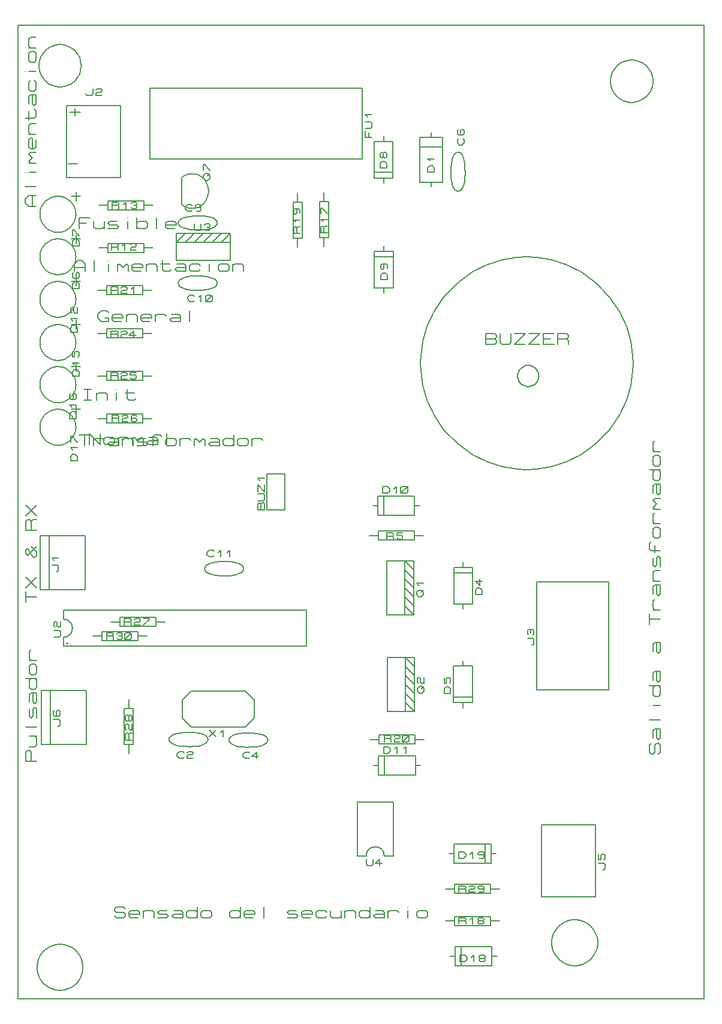
<source format=gbr>
G04 PROTEUS GERBER X2 FILE*
%TF.GenerationSoftware,Labcenter,Proteus,8.15-SP1-Build34318*%
%TF.CreationDate,2023-09-22T16:20:16+00:00*%
%TF.FileFunction,Legend,Top*%
%TF.FilePolarity,Positive*%
%TF.Part,Single*%
%TF.SameCoordinates,{3c8dde4f-ac42-4326-9e26-51d233c7aa90}*%
%FSLAX45Y45*%
%MOMM*%
G01*
%TA.AperFunction,Profile*%
%ADD19C,0.203200*%
%TA.AperFunction,Material*%
%ADD70C,0.203200*%
%TA.AperFunction,NonMaterial*%
%ADD71C,0.203200*%
%TD.AperFunction*%
D19*
X-8214500Y-7201500D02*
X+1472000Y-7201500D01*
X+1472000Y+6540500D01*
X-8214500Y+6540500D01*
X-8214500Y-7201500D01*
D70*
X-7531000Y+5404000D02*
X-6769000Y+5404000D01*
X-6769000Y+4388000D02*
X-7531000Y+4388000D01*
X-7531000Y+5404000D02*
X-7531000Y+4388000D01*
X-6769000Y+5404000D02*
X-6769000Y+4388000D01*
X-7254140Y+5579260D02*
X-7254140Y+5564020D01*
X-7238265Y+5548780D01*
X-7174765Y+5548780D01*
X-7158890Y+5564020D01*
X-7158890Y+5640220D01*
X-7111265Y+5624980D02*
X-7095390Y+5640220D01*
X-7047765Y+5640220D01*
X-7031890Y+5624980D01*
X-7031890Y+5609740D01*
X-7047765Y+5594500D01*
X-7095390Y+5594500D01*
X-7111265Y+5579260D01*
X-7111265Y+5548780D01*
X-7031890Y+5548780D01*
D71*
X-7320000Y+5969000D02*
X-7320966Y+5993052D01*
X-7328807Y+6041158D01*
X-7345161Y+6089264D01*
X-7371703Y+6137370D01*
X-7412212Y+6185389D01*
X-7460318Y+6222972D01*
X-7508424Y+6247479D01*
X-7556530Y+6262209D01*
X-7604636Y+6268606D01*
X-7620000Y+6269000D01*
X-7920000Y+5969000D02*
X-7919034Y+5993052D01*
X-7911193Y+6041158D01*
X-7894839Y+6089264D01*
X-7868297Y+6137370D01*
X-7827788Y+6185389D01*
X-7779682Y+6222972D01*
X-7731576Y+6247479D01*
X-7683470Y+6262209D01*
X-7635364Y+6268606D01*
X-7620000Y+6269000D01*
X-7920000Y+5969000D02*
X-7919034Y+5944948D01*
X-7911193Y+5896842D01*
X-7894839Y+5848736D01*
X-7868297Y+5800630D01*
X-7827788Y+5752611D01*
X-7779682Y+5715028D01*
X-7731576Y+5690521D01*
X-7683470Y+5675791D01*
X-7635364Y+5669394D01*
X-7620000Y+5669000D01*
X-7320000Y+5969000D02*
X-7320966Y+5944948D01*
X-7328807Y+5896842D01*
X-7345161Y+5848736D01*
X-7371703Y+5800630D01*
X-7412212Y+5752611D01*
X-7460318Y+5715028D01*
X-7508424Y+5690521D01*
X-7556530Y+5675791D01*
X-7604636Y+5669394D01*
X-7620000Y+5669000D01*
X+750326Y+5750000D02*
X+749359Y+5774077D01*
X+741510Y+5822233D01*
X+725140Y+5870389D01*
X+698573Y+5918545D01*
X+658024Y+5966614D01*
X+609868Y+6004240D01*
X+561712Y+6028776D01*
X+513556Y+6043524D01*
X+465400Y+6049931D01*
X+450000Y+6050326D01*
X+149674Y+5750000D02*
X+150641Y+5774077D01*
X+158490Y+5822233D01*
X+174860Y+5870389D01*
X+201427Y+5918545D01*
X+241976Y+5966614D01*
X+290132Y+6004240D01*
X+338288Y+6028776D01*
X+386444Y+6043524D01*
X+434600Y+6049931D01*
X+450000Y+6050326D01*
X+149674Y+5750000D02*
X+150641Y+5725923D01*
X+158490Y+5677767D01*
X+174860Y+5629611D01*
X+201427Y+5581455D01*
X+241976Y+5533386D01*
X+290132Y+5495760D01*
X+338288Y+5471224D01*
X+386444Y+5456476D01*
X+434600Y+5450069D01*
X+450000Y+5449674D01*
X+750326Y+5750000D02*
X+749359Y+5725923D01*
X+741510Y+5677767D01*
X+725140Y+5629611D01*
X+698573Y+5581455D01*
X+658024Y+5533386D01*
X+609868Y+5495760D01*
X+561712Y+5471224D01*
X+513556Y+5456476D01*
X+465400Y+5450069D01*
X+450000Y+5449674D01*
X-29258Y-6407000D02*
X-30296Y-6381079D01*
X-38719Y-6329236D01*
X-56283Y-6277393D01*
X-84771Y-6225550D01*
X-128221Y-6173775D01*
X-180064Y-6133009D01*
X-231907Y-6106380D01*
X-283750Y-6090301D01*
X-335593Y-6083196D01*
X-353560Y-6082698D01*
X-677862Y-6407000D02*
X-676824Y-6381079D01*
X-668401Y-6329236D01*
X-650837Y-6277393D01*
X-622349Y-6225550D01*
X-578899Y-6173775D01*
X-527056Y-6133009D01*
X-475213Y-6106380D01*
X-423370Y-6090301D01*
X-371527Y-6083196D01*
X-353560Y-6082698D01*
X-677862Y-6407000D02*
X-676824Y-6432921D01*
X-668401Y-6484764D01*
X-650837Y-6536607D01*
X-622349Y-6588450D01*
X-578899Y-6640225D01*
X-527056Y-6680991D01*
X-475213Y-6707620D01*
X-423370Y-6723699D01*
X-371527Y-6730804D01*
X-353560Y-6731302D01*
X-29258Y-6407000D02*
X-30296Y-6432921D01*
X-38719Y-6484764D01*
X-56283Y-6536607D01*
X-84771Y-6588450D01*
X-128221Y-6640225D01*
X-180064Y-6680991D01*
X-231907Y-6707620D01*
X-283750Y-6723699D01*
X-335593Y-6730804D01*
X-353560Y-6731302D01*
X-7296000Y-6757000D02*
X-7297037Y-6731102D01*
X-7305454Y-6679305D01*
X-7323002Y-6627508D01*
X-7351466Y-6575711D01*
X-7394881Y-6523982D01*
X-7446678Y-6483257D01*
X-7498475Y-6456654D01*
X-7550272Y-6440592D01*
X-7602069Y-6433497D01*
X-7620000Y-6433000D01*
X-7944000Y-6757000D02*
X-7942963Y-6731102D01*
X-7934546Y-6679305D01*
X-7916998Y-6627508D01*
X-7888534Y-6575711D01*
X-7845119Y-6523982D01*
X-7793322Y-6483257D01*
X-7741525Y-6456654D01*
X-7689728Y-6440592D01*
X-7637931Y-6433497D01*
X-7620000Y-6433000D01*
X-7944000Y-6757000D02*
X-7942963Y-6782898D01*
X-7934546Y-6834695D01*
X-7916998Y-6886492D01*
X-7888534Y-6938289D01*
X-7845119Y-6990018D01*
X-7793322Y-7030743D01*
X-7741525Y-7057346D01*
X-7689728Y-7073408D01*
X-7637931Y-7080503D01*
X-7620000Y-7081000D01*
X-7296000Y-6757000D02*
X-7297037Y-6782898D01*
X-7305454Y-6834695D01*
X-7323002Y-6886492D01*
X-7351466Y-6938289D01*
X-7394881Y-6990018D01*
X-7446678Y-7030743D01*
X-7498475Y-7057346D01*
X-7550272Y-7073408D01*
X-7602069Y-7080503D01*
X-7620000Y-7081000D01*
X-7957300Y+3980700D02*
X-8058900Y+3980700D01*
X-8109700Y+4031500D01*
X-8109700Y+4082300D01*
X-8058900Y+4133100D01*
X-7957300Y+4133100D01*
X-8008100Y+3980700D02*
X-8008100Y+4133100D01*
X-8109700Y+4260100D02*
X-7957300Y+4260100D01*
X-8058900Y+4463300D02*
X-7957300Y+4463300D01*
X-8109700Y+4463300D02*
X-8109700Y+4463300D01*
X-7957300Y+4590300D02*
X-8058900Y+4590300D01*
X-8033500Y+4590300D02*
X-8058900Y+4615700D01*
X-8008100Y+4666500D01*
X-8058900Y+4717300D01*
X-8033500Y+4742700D01*
X-7957300Y+4742700D01*
X-8008100Y+4793500D02*
X-8008100Y+4945900D01*
X-8033500Y+4945900D01*
X-8058900Y+4920500D01*
X-8058900Y+4818900D01*
X-8033500Y+4793500D01*
X-7982700Y+4793500D01*
X-7957300Y+4818900D01*
X-7957300Y+4920500D01*
X-7957300Y+4996700D02*
X-8058900Y+4996700D01*
X-8033500Y+4996700D02*
X-8058900Y+5022100D01*
X-8058900Y+5123700D01*
X-8033500Y+5149100D01*
X-7957300Y+5149100D01*
X-8109700Y+5225300D02*
X-7982700Y+5225300D01*
X-7957300Y+5250700D01*
X-7957300Y+5326900D01*
X-7982700Y+5352300D01*
X-8058900Y+5199900D02*
X-8058900Y+5326900D01*
X-8058900Y+5428500D02*
X-8058900Y+5530100D01*
X-8033500Y+5555500D01*
X-7957300Y+5555500D01*
X-7957300Y+5428500D01*
X-7982700Y+5403100D01*
X-8008100Y+5428500D01*
X-8008100Y+5555500D01*
X-8033500Y+5758700D02*
X-8058900Y+5733300D01*
X-8058900Y+5631700D01*
X-8033500Y+5606300D01*
X-7982700Y+5606300D01*
X-7957300Y+5631700D01*
X-7957300Y+5733300D01*
X-7982700Y+5758700D01*
X-8058900Y+5885700D02*
X-7957300Y+5885700D01*
X-8109700Y+5885700D02*
X-8109700Y+5885700D01*
X-8033500Y+6012700D02*
X-8058900Y+6038100D01*
X-8058900Y+6139700D01*
X-8033500Y+6165100D01*
X-7982700Y+6165100D01*
X-7957300Y+6139700D01*
X-7957300Y+6038100D01*
X-7982700Y+6012700D01*
X-8033500Y+6012700D01*
X-7957300Y+6215900D02*
X-8058900Y+6215900D01*
X-8033500Y+6215900D02*
X-8058900Y+6241300D01*
X-8058900Y+6342900D01*
X-8033500Y+6368300D01*
X-7957300Y+6368300D01*
X-7487500Y+5316500D02*
X-7335100Y+5316500D01*
X-7411300Y+5367300D02*
X-7411300Y+5265700D01*
X-7503005Y+4585500D02*
X-7376005Y+4585500D01*
D70*
X-6350000Y+4650000D02*
X-6350000Y+5650000D01*
X-3350000Y+5650000D02*
X-3350000Y+4650000D01*
X-6350000Y+5650000D02*
X-3350000Y+5650000D01*
X-6350000Y+4650000D02*
X-3350000Y+4650000D01*
X-3217920Y+4959500D02*
X-3309360Y+4959500D01*
X-3309360Y+5054750D01*
X-3263640Y+4959500D02*
X-3263640Y+5023000D01*
X-3309360Y+5086500D02*
X-3233160Y+5086500D01*
X-3217920Y+5102375D01*
X-3217920Y+5165875D01*
X-3233160Y+5181750D01*
X-3309360Y+5181750D01*
X-3278880Y+5245250D02*
X-3309360Y+5277000D01*
X-3217920Y+5277000D01*
X-2538520Y+4324500D02*
X-2218480Y+4324500D01*
X-2218480Y+4959500D01*
X-2538520Y+4959500D01*
X-2538520Y+4324500D01*
X-2378500Y+4324500D02*
X-2378500Y+4261000D01*
X-2378500Y+4959500D02*
X-2378500Y+5023000D01*
X-2226100Y+4819800D02*
X-2530900Y+4819800D01*
X-2336400Y+4465000D02*
X-2427840Y+4465000D01*
X-2427840Y+4528500D01*
X-2397360Y+4560250D01*
X-2366880Y+4560250D01*
X-2336400Y+4528500D01*
X-2336400Y+4465000D01*
X-2397360Y+4623750D02*
X-2427840Y+4655500D01*
X-2336400Y+4655500D01*
X-2000000Y+4750000D02*
X-1979553Y+4745825D01*
X-1960644Y+4733008D01*
X-1943640Y+4711108D01*
X-1928906Y+4679688D01*
X-1916809Y+4638306D01*
X-1907715Y+4586523D01*
X-1901990Y+4523901D01*
X-1900000Y+4450000D01*
X-2000000Y+4750000D02*
X-2020447Y+4745825D01*
X-2039356Y+4733008D01*
X-2056360Y+4711108D01*
X-2071094Y+4679688D01*
X-2083191Y+4638306D01*
X-2092285Y+4586523D01*
X-2098010Y+4523901D01*
X-2100000Y+4450000D01*
X-2000000Y+4200000D02*
X-1979553Y+4204077D01*
X-1960644Y+4216211D01*
X-1943640Y+4236255D01*
X-1928906Y+4264062D01*
X-1916809Y+4299487D01*
X-1907715Y+4342383D01*
X-1901990Y+4392603D01*
X-1900000Y+4450000D01*
X-2000000Y+4200000D02*
X-2020447Y+4204077D01*
X-2039356Y+4216211D01*
X-2056360Y+4236255D01*
X-2071094Y+4264062D01*
X-2083191Y+4299487D01*
X-2092285Y+4342383D01*
X-2098010Y+4392603D01*
X-2100000Y+4450000D01*
X-1933160Y+4943250D02*
X-1917920Y+4927375D01*
X-1917920Y+4879750D01*
X-1948400Y+4848000D01*
X-1978880Y+4848000D01*
X-2009360Y+4879750D01*
X-2009360Y+4927375D01*
X-1994120Y+4943250D01*
X-1994120Y+5070250D02*
X-2009360Y+5054375D01*
X-2009360Y+5006750D01*
X-1994120Y+4990875D01*
X-1933160Y+4990875D01*
X-1917920Y+5006750D01*
X-1917920Y+5054375D01*
X-1933160Y+5070250D01*
X-1948400Y+5070250D01*
X-1963640Y+5054375D01*
X-1963640Y+4990875D01*
X-7396000Y+3273000D02*
X-7396827Y+3293483D01*
X-7403545Y+3334450D01*
X-7417563Y+3375417D01*
X-7440341Y+3416384D01*
X-7475141Y+3457229D01*
X-7516108Y+3488845D01*
X-7557075Y+3509392D01*
X-7598042Y+3521629D01*
X-7639009Y+3526762D01*
X-7650000Y+3527000D01*
X-7904000Y+3273000D02*
X-7903173Y+3293483D01*
X-7896455Y+3334450D01*
X-7882437Y+3375417D01*
X-7859659Y+3416384D01*
X-7824859Y+3457229D01*
X-7783892Y+3488845D01*
X-7742925Y+3509392D01*
X-7701958Y+3521629D01*
X-7660991Y+3526762D01*
X-7650000Y+3527000D01*
X-7904000Y+3273000D02*
X-7903173Y+3252517D01*
X-7896455Y+3211550D01*
X-7882437Y+3170583D01*
X-7859659Y+3129616D01*
X-7824859Y+3088771D01*
X-7783892Y+3057155D01*
X-7742925Y+3036608D01*
X-7701958Y+3024371D01*
X-7660991Y+3019238D01*
X-7650000Y+3019000D01*
X-7396000Y+3273000D02*
X-7396827Y+3252517D01*
X-7403545Y+3211550D01*
X-7417563Y+3170583D01*
X-7440341Y+3129616D01*
X-7475141Y+3088771D01*
X-7516108Y+3057155D01*
X-7557075Y+3036608D01*
X-7598042Y+3024371D01*
X-7639009Y+3019238D01*
X-7650000Y+3019000D01*
X-7396000Y+3590500D02*
X-7396000Y+3463500D01*
X-7332500Y+3527000D02*
X-7459500Y+3527000D01*
X-7350420Y+2827750D02*
X-7441860Y+2827750D01*
X-7441860Y+2891250D01*
X-7411380Y+2923000D01*
X-7380900Y+2923000D01*
X-7350420Y+2891250D01*
X-7350420Y+2827750D01*
X-7426620Y+3050000D02*
X-7441860Y+3034125D01*
X-7441860Y+2986500D01*
X-7426620Y+2970625D01*
X-7365660Y+2970625D01*
X-7350420Y+2986500D01*
X-7350420Y+3034125D01*
X-7365660Y+3050000D01*
X-7380900Y+3050000D01*
X-7396140Y+3034125D01*
X-7396140Y+2970625D01*
X-7073000Y+3400000D02*
X-6946000Y+3400000D01*
X-6946000Y+3336500D02*
X-6438000Y+3336500D01*
X-6438000Y+3463500D01*
X-6946000Y+3463500D01*
X-6946000Y+3336500D01*
X-6438000Y+3400000D02*
X-6311000Y+3400000D01*
X-6895200Y+3364440D02*
X-6895200Y+3455880D01*
X-6815825Y+3455880D01*
X-6799950Y+3440640D01*
X-6799950Y+3425400D01*
X-6815825Y+3410160D01*
X-6895200Y+3410160D01*
X-6815825Y+3410160D02*
X-6799950Y+3394920D01*
X-6799950Y+3364440D01*
X-6736450Y+3425400D02*
X-6704700Y+3455880D01*
X-6704700Y+3364440D01*
X-6625325Y+3440640D02*
X-6609450Y+3455880D01*
X-6561825Y+3455880D01*
X-6545950Y+3440640D01*
X-6545950Y+3425400D01*
X-6561825Y+3410160D01*
X-6609450Y+3410160D01*
X-6625325Y+3394920D01*
X-6625325Y+3364440D01*
X-6545950Y+3364440D01*
X-7396000Y+3873000D02*
X-7396827Y+3893483D01*
X-7403545Y+3934450D01*
X-7417563Y+3975417D01*
X-7440341Y+4016384D01*
X-7475141Y+4057229D01*
X-7516108Y+4088845D01*
X-7557075Y+4109392D01*
X-7598042Y+4121629D01*
X-7639009Y+4126762D01*
X-7650000Y+4127000D01*
X-7904000Y+3873000D02*
X-7903173Y+3893483D01*
X-7896455Y+3934450D01*
X-7882437Y+3975417D01*
X-7859659Y+4016384D01*
X-7824859Y+4057229D01*
X-7783892Y+4088845D01*
X-7742925Y+4109392D01*
X-7701958Y+4121629D01*
X-7660991Y+4126762D01*
X-7650000Y+4127000D01*
X-7904000Y+3873000D02*
X-7903173Y+3852517D01*
X-7896455Y+3811550D01*
X-7882437Y+3770583D01*
X-7859659Y+3729616D01*
X-7824859Y+3688771D01*
X-7783892Y+3657155D01*
X-7742925Y+3636608D01*
X-7701958Y+3624371D01*
X-7660991Y+3619238D01*
X-7650000Y+3619000D01*
X-7396000Y+3873000D02*
X-7396827Y+3852517D01*
X-7403545Y+3811550D01*
X-7417563Y+3770583D01*
X-7440341Y+3729616D01*
X-7475141Y+3688771D01*
X-7516108Y+3657155D01*
X-7557075Y+3636608D01*
X-7598042Y+3624371D01*
X-7639009Y+3619238D01*
X-7650000Y+3619000D01*
X-7396000Y+4190500D02*
X-7396000Y+4063500D01*
X-7332500Y+4127000D02*
X-7459500Y+4127000D01*
X-7350420Y+3427750D02*
X-7441860Y+3427750D01*
X-7441860Y+3491250D01*
X-7411380Y+3523000D01*
X-7380900Y+3523000D01*
X-7350420Y+3491250D01*
X-7350420Y+3427750D01*
X-7441860Y+3570625D02*
X-7441860Y+3650000D01*
X-7426620Y+3650000D01*
X-7350420Y+3570625D01*
X-7073000Y+4000000D02*
X-6946000Y+4000000D01*
X-6946000Y+3936500D02*
X-6438000Y+3936500D01*
X-6438000Y+4063500D01*
X-6946000Y+4063500D01*
X-6946000Y+3936500D01*
X-6438000Y+4000000D02*
X-6311000Y+4000000D01*
X-6882500Y+3951740D02*
X-6882500Y+4043180D01*
X-6803125Y+4043180D01*
X-6787250Y+4027940D01*
X-6787250Y+4012700D01*
X-6803125Y+3997460D01*
X-6882500Y+3997460D01*
X-6803125Y+3997460D02*
X-6787250Y+3982220D01*
X-6787250Y+3951740D01*
X-6723750Y+4012700D02*
X-6692000Y+4043180D01*
X-6692000Y+3951740D01*
X-6612625Y+4027940D02*
X-6596750Y+4043180D01*
X-6549125Y+4043180D01*
X-6533250Y+4027940D01*
X-6533250Y+4012700D01*
X-6549125Y+3997460D01*
X-6533250Y+3982220D01*
X-6533250Y+3966980D01*
X-6549125Y+3951740D01*
X-6596750Y+3951740D01*
X-6612625Y+3966980D01*
X-6580875Y+3997460D02*
X-6549125Y+3997460D01*
X-3184620Y+4382920D02*
X-2917920Y+4382920D01*
X-2917920Y+4901080D01*
X-3184620Y+4901080D01*
X-3184620Y+4382920D01*
X-3182080Y+4464200D02*
X-2920460Y+4464200D01*
X-3050000Y+4311800D02*
X-3050000Y+4382920D01*
X-3050000Y+4901080D02*
X-3050000Y+4972200D01*
X-3009360Y+4527700D02*
X-3100800Y+4527700D01*
X-3100800Y+4591200D01*
X-3070320Y+4622950D01*
X-3039840Y+4622950D01*
X-3009360Y+4591200D01*
X-3009360Y+4527700D01*
X-3055080Y+4686450D02*
X-3070320Y+4670575D01*
X-3085560Y+4670575D01*
X-3100800Y+4686450D01*
X-3100800Y+4734075D01*
X-3085560Y+4749950D01*
X-3070320Y+4749950D01*
X-3055080Y+4734075D01*
X-3055080Y+4686450D01*
X-3039840Y+4670575D01*
X-3024600Y+4670575D01*
X-3009360Y+4686450D01*
X-3009360Y+4734075D01*
X-3024600Y+4749950D01*
X-3039840Y+4749950D01*
X-3055080Y+4734075D01*
X-3894500Y+3421100D02*
X-3894500Y+3548100D01*
X-3958000Y+3548100D02*
X-3831000Y+3548100D01*
X-3831000Y+4056100D01*
X-3958000Y+4056100D01*
X-3958000Y+3548100D01*
X-3894500Y+4056100D02*
X-3894500Y+4183100D01*
X-3846240Y+3611600D02*
X-3937680Y+3611600D01*
X-3937680Y+3690975D01*
X-3922440Y+3706850D01*
X-3907200Y+3706850D01*
X-3891960Y+3690975D01*
X-3891960Y+3611600D01*
X-3891960Y+3690975D02*
X-3876720Y+3706850D01*
X-3846240Y+3706850D01*
X-3907200Y+3770350D02*
X-3937680Y+3802100D01*
X-3846240Y+3802100D01*
X-3937680Y+3881475D02*
X-3937680Y+3960850D01*
X-3922440Y+3960850D01*
X-3846240Y+3881475D01*
X-5904000Y+4390500D02*
X-5904000Y+4009500D01*
X-5777000Y+4441300D02*
X-5800688Y+4439117D01*
X-5823633Y+4433362D01*
X-5864312Y+4415900D01*
X-5904000Y+4390500D01*
X-5777000Y+4441300D02*
X-5725065Y+4440438D01*
X-5677037Y+4429046D01*
X-5633846Y+4408204D01*
X-5596422Y+4378991D01*
X-5565695Y+4342484D01*
X-5542596Y+4299764D01*
X-5528054Y+4251910D01*
X-5523000Y+4200000D01*
X-5777000Y+3958700D02*
X-5800688Y+3960883D01*
X-5823633Y+3966638D01*
X-5864312Y+3984100D01*
X-5904000Y+4009500D01*
X-5777000Y+3958700D02*
X-5725065Y+3959562D01*
X-5677037Y+3970954D01*
X-5633846Y+3991796D01*
X-5596422Y+4021009D01*
X-5565695Y+4057516D01*
X-5542596Y+4100236D01*
X-5528054Y+4148090D01*
X-5523000Y+4200000D01*
X-5566180Y+4352400D02*
X-5596660Y+4384150D01*
X-5596660Y+4415900D01*
X-5566180Y+4447650D01*
X-5535700Y+4447650D01*
X-5505220Y+4415900D01*
X-5505220Y+4384150D01*
X-5535700Y+4352400D01*
X-5566180Y+4352400D01*
X-5535700Y+4415900D02*
X-5505220Y+4447650D01*
X-5596660Y+4495275D02*
X-5596660Y+4574650D01*
X-5581420Y+4574650D01*
X-5505220Y+4495275D01*
X-4266000Y+3411000D02*
X-4266000Y+3538000D01*
X-4329500Y+3538000D02*
X-4202500Y+3538000D01*
X-4202500Y+4046000D01*
X-4329500Y+4046000D01*
X-4329500Y+3538000D01*
X-4266000Y+4046000D02*
X-4266000Y+4173000D01*
X-4230440Y+3601500D02*
X-4321880Y+3601500D01*
X-4321880Y+3680875D01*
X-4306640Y+3696750D01*
X-4291400Y+3696750D01*
X-4276160Y+3680875D01*
X-4276160Y+3601500D01*
X-4276160Y+3680875D02*
X-4260920Y+3696750D01*
X-4230440Y+3696750D01*
X-4291400Y+3760250D02*
X-4321880Y+3792000D01*
X-4230440Y+3792000D01*
X-4291400Y+3950750D02*
X-4276160Y+3934875D01*
X-4276160Y+3887250D01*
X-4291400Y+3871375D01*
X-4306640Y+3871375D01*
X-4321880Y+3887250D01*
X-4321880Y+3934875D01*
X-4306640Y+3950750D01*
X-4245680Y+3950750D01*
X-4230440Y+3934875D01*
X-4230440Y+3887250D01*
X-3182080Y+2832920D02*
X-2915380Y+2832920D01*
X-2915380Y+3351080D01*
X-3182080Y+3351080D01*
X-3182080Y+2832920D01*
X-2917920Y+3269800D02*
X-3179540Y+3269800D01*
X-3050000Y+3422200D02*
X-3050000Y+3351080D01*
X-3050000Y+2832920D02*
X-3050000Y+2761800D01*
X-2999200Y+2952300D02*
X-3090640Y+2952300D01*
X-3090640Y+3015800D01*
X-3060160Y+3047550D01*
X-3029680Y+3047550D01*
X-2999200Y+3015800D01*
X-2999200Y+2952300D01*
X-3060160Y+3174550D02*
X-3044920Y+3158675D01*
X-3044920Y+3111050D01*
X-3060160Y+3095175D01*
X-3075400Y+3095175D01*
X-3090640Y+3111050D01*
X-3090640Y+3158675D01*
X-3075400Y+3174550D01*
X-3014440Y+3174550D01*
X-2999200Y+3158675D01*
X-2999200Y+3111050D01*
X-5977000Y+3223000D02*
X-5215000Y+3223000D01*
X-5215000Y+3477000D01*
X-5977000Y+3477000D01*
X-5977000Y+3223000D01*
X-5977000Y+3477000D02*
X-5977000Y+3604000D01*
X-5215000Y+3604000D01*
X-5215000Y+3477000D01*
X-5977000Y+3477000D02*
X-5850000Y+3604000D01*
X-5850000Y+3477000D02*
X-5723000Y+3604000D01*
X-5723000Y+3477000D02*
X-5596000Y+3604000D01*
X-5596000Y+3477000D02*
X-5469000Y+3604000D01*
X-5469000Y+3477000D02*
X-5342000Y+3604000D01*
X-5342000Y+3477000D02*
X-5215000Y+3604000D01*
X-5723000Y+3736080D02*
X-5723000Y+3659880D01*
X-5707125Y+3644640D01*
X-5643625Y+3644640D01*
X-5627750Y+3659880D01*
X-5627750Y+3736080D01*
X-5580125Y+3720840D02*
X-5564250Y+3736080D01*
X-5516625Y+3736080D01*
X-5500750Y+3720840D01*
X-5500750Y+3705600D01*
X-5516625Y+3690360D01*
X-5500750Y+3675120D01*
X-5500750Y+3659880D01*
X-5516625Y+3644640D01*
X-5564250Y+3644640D01*
X-5580125Y+3659880D01*
X-5548375Y+3690360D02*
X-5516625Y+3690360D01*
X-5400000Y+2900000D02*
X-5404175Y+2879553D01*
X-5416992Y+2860645D01*
X-5438891Y+2843640D01*
X-5470312Y+2828906D01*
X-5511694Y+2816809D01*
X-5563476Y+2807715D01*
X-5626099Y+2801990D01*
X-5700000Y+2800000D01*
X-5400000Y+2900000D02*
X-5404175Y+2920447D01*
X-5416992Y+2939355D01*
X-5438891Y+2956360D01*
X-5470312Y+2971094D01*
X-5511694Y+2983191D01*
X-5563476Y+2992285D01*
X-5626099Y+2998010D01*
X-5700000Y+3000000D01*
X-5950000Y+2900000D02*
X-5945923Y+2879553D01*
X-5933789Y+2860645D01*
X-5913745Y+2843640D01*
X-5885938Y+2828906D01*
X-5850513Y+2816809D01*
X-5807617Y+2807715D01*
X-5757397Y+2801990D01*
X-5700000Y+2800000D01*
X-5950000Y+2900000D02*
X-5945923Y+2920447D01*
X-5933789Y+2939355D01*
X-5913745Y+2956360D01*
X-5885938Y+2971094D01*
X-5850513Y+2983191D01*
X-5807617Y+2992285D01*
X-5757397Y+2998010D01*
X-5700000Y+3000000D01*
X-5722250Y+2656160D02*
X-5738125Y+2640920D01*
X-5785750Y+2640920D01*
X-5817500Y+2671400D01*
X-5817500Y+2701880D01*
X-5785750Y+2732360D01*
X-5738125Y+2732360D01*
X-5722250Y+2717120D01*
X-5658750Y+2701880D02*
X-5627000Y+2732360D01*
X-5627000Y+2640920D01*
X-5563500Y+2656160D02*
X-5563500Y+2717120D01*
X-5547625Y+2732360D01*
X-5484125Y+2732360D01*
X-5468250Y+2717120D01*
X-5468250Y+2656160D01*
X-5484125Y+2640920D01*
X-5547625Y+2640920D01*
X-5563500Y+2656160D01*
X-5563500Y+2640920D02*
X-5468250Y+2732360D01*
X-5950000Y+3750000D02*
X-5945825Y+3770447D01*
X-5933008Y+3789355D01*
X-5911109Y+3806360D01*
X-5879688Y+3821094D01*
X-5838306Y+3833191D01*
X-5786524Y+3842285D01*
X-5723901Y+3848010D01*
X-5650000Y+3850000D01*
X-5950000Y+3750000D02*
X-5945825Y+3729553D01*
X-5933008Y+3710645D01*
X-5911109Y+3693640D01*
X-5879688Y+3678906D01*
X-5838306Y+3666809D01*
X-5786524Y+3657715D01*
X-5723901Y+3651990D01*
X-5650000Y+3650000D01*
X-5400000Y+3750000D02*
X-5404077Y+3770447D01*
X-5416211Y+3789355D01*
X-5436255Y+3806360D01*
X-5464062Y+3821094D01*
X-5499487Y+3833191D01*
X-5542383Y+3842285D01*
X-5592603Y+3848010D01*
X-5650000Y+3850000D01*
X-5400000Y+3750000D02*
X-5404077Y+3729553D01*
X-5416211Y+3710645D01*
X-5436255Y+3693640D01*
X-5464062Y+3678906D01*
X-5499487Y+3666809D01*
X-5542383Y+3657715D01*
X-5592603Y+3651990D01*
X-5650000Y+3650000D01*
X-5754750Y+3932880D02*
X-5770625Y+3917640D01*
X-5818250Y+3917640D01*
X-5850000Y+3948120D01*
X-5850000Y+3978600D01*
X-5818250Y+4009080D01*
X-5770625Y+4009080D01*
X-5754750Y+3993840D01*
X-5627750Y+3978600D02*
X-5643625Y+3963360D01*
X-5691250Y+3963360D01*
X-5707125Y+3978600D01*
X-5707125Y+3993840D01*
X-5691250Y+4009080D01*
X-5643625Y+4009080D01*
X-5627750Y+3993840D01*
X-5627750Y+3932880D01*
X-5643625Y+3917640D01*
X-5691250Y+3917640D01*
X-7572600Y-2223900D02*
X-4143600Y-2223900D01*
X-4143600Y-1715900D01*
X-7572600Y-1715900D01*
X-7572600Y-2223900D02*
X-7572600Y-2096900D01*
X-7572600Y-1715900D02*
X-7572600Y-1842900D01*
X-7572600Y-2096900D02*
X-7546632Y-2094373D01*
X-7522618Y-2087102D01*
X-7501023Y-2075552D01*
X-7482311Y-2060189D01*
X-7466948Y-2041477D01*
X-7455398Y-2019881D01*
X-7448127Y-1995867D01*
X-7445600Y-1969900D01*
X-7572600Y-1842900D02*
X-7546632Y-1845427D01*
X-7522618Y-1852698D01*
X-7501023Y-1864247D01*
X-7482311Y-1879611D01*
X-7466948Y-1898323D01*
X-7455398Y-1919918D01*
X-7448127Y-1943932D01*
X-7445600Y-1969900D01*
X-7514616Y-2183260D02*
X-7514641Y-2182663D01*
X-7514843Y-2181467D01*
X-7515267Y-2180271D01*
X-7515961Y-2179075D01*
X-7517021Y-2177896D01*
X-7518217Y-2177033D01*
X-7519413Y-2176484D01*
X-7520609Y-2176175D01*
X-7521800Y-2176076D01*
X-7528984Y-2183260D02*
X-7528959Y-2182663D01*
X-7528757Y-2181467D01*
X-7528333Y-2180271D01*
X-7527639Y-2179075D01*
X-7526579Y-2177896D01*
X-7525383Y-2177033D01*
X-7524187Y-2176484D01*
X-7522991Y-2176175D01*
X-7521800Y-2176076D01*
X-7528984Y-2183260D02*
X-7528959Y-2183857D01*
X-7528757Y-2185053D01*
X-7528333Y-2186249D01*
X-7527639Y-2187445D01*
X-7526579Y-2188624D01*
X-7525383Y-2189487D01*
X-7524187Y-2190036D01*
X-7522991Y-2190345D01*
X-7521800Y-2190444D01*
X-7514616Y-2183260D02*
X-7514641Y-2183857D01*
X-7514843Y-2185053D01*
X-7515267Y-2186249D01*
X-7515961Y-2187445D01*
X-7517021Y-2188624D01*
X-7518217Y-2189487D01*
X-7519413Y-2190036D01*
X-7520609Y-2190345D01*
X-7521800Y-2190444D01*
X-7704680Y-2096900D02*
X-7628480Y-2096900D01*
X-7613240Y-2081025D01*
X-7613240Y-2017525D01*
X-7628480Y-2001650D01*
X-7704680Y-2001650D01*
X-7689440Y-1954025D02*
X-7704680Y-1938150D01*
X-7704680Y-1890525D01*
X-7689440Y-1874650D01*
X-7674200Y-1874650D01*
X-7658960Y-1890525D01*
X-7658960Y-1938150D01*
X-7643720Y-1954025D01*
X-7613240Y-1954025D01*
X-7613240Y-1874650D01*
X-5580000Y-1130000D02*
X-5575825Y-1109553D01*
X-5563008Y-1090645D01*
X-5541109Y-1073640D01*
X-5509688Y-1058906D01*
X-5468306Y-1046809D01*
X-5416524Y-1037715D01*
X-5353901Y-1031990D01*
X-5280000Y-1030000D01*
X-5580000Y-1130000D02*
X-5575825Y-1150447D01*
X-5563008Y-1169355D01*
X-5541109Y-1186360D01*
X-5509688Y-1201094D01*
X-5468306Y-1213191D01*
X-5416524Y-1222285D01*
X-5353901Y-1228010D01*
X-5280000Y-1230000D01*
X-5030000Y-1130000D02*
X-5034077Y-1109553D01*
X-5046211Y-1090645D01*
X-5066255Y-1073640D01*
X-5094062Y-1058906D01*
X-5129487Y-1046809D01*
X-5172383Y-1037715D01*
X-5222603Y-1031990D01*
X-5280000Y-1030000D01*
X-5030000Y-1130000D02*
X-5034077Y-1150447D01*
X-5046211Y-1169355D01*
X-5066255Y-1186360D01*
X-5094062Y-1201094D01*
X-5129487Y-1213191D01*
X-5172383Y-1222285D01*
X-5222603Y-1228010D01*
X-5280000Y-1230000D01*
X-5448250Y-947120D02*
X-5464125Y-962360D01*
X-5511750Y-962360D01*
X-5543500Y-931880D01*
X-5543500Y-901400D01*
X-5511750Y-870920D01*
X-5464125Y-870920D01*
X-5448250Y-886160D01*
X-5384750Y-901400D02*
X-5353000Y-870920D01*
X-5353000Y-962360D01*
X-5257750Y-901400D02*
X-5226000Y-870920D01*
X-5226000Y-962360D01*
X-5003200Y-3366695D02*
X-5765200Y-3366695D01*
X-5892200Y-3239695D01*
X-5892200Y-2985695D01*
X-5765200Y-2858695D01*
X-5003200Y-2858695D01*
X-4876200Y-2985695D01*
X-4876200Y-3239695D01*
X-5003200Y-3366695D01*
X-5511200Y-3407335D02*
X-5415950Y-3498775D01*
X-5511200Y-3498775D02*
X-5415950Y-3407335D01*
X-5352450Y-3437815D02*
X-5320700Y-3407335D01*
X-5320700Y-3498775D01*
X-6080000Y-3540000D02*
X-6075825Y-3519553D01*
X-6063008Y-3500645D01*
X-6041109Y-3483640D01*
X-6009688Y-3468906D01*
X-5968306Y-3456809D01*
X-5916524Y-3447715D01*
X-5853901Y-3441990D01*
X-5780000Y-3440000D01*
X-6080000Y-3540000D02*
X-6075825Y-3560447D01*
X-6063008Y-3579355D01*
X-6041109Y-3596360D01*
X-6009688Y-3611094D01*
X-5968306Y-3623191D01*
X-5916524Y-3632285D01*
X-5853901Y-3638010D01*
X-5780000Y-3640000D01*
X-5530000Y-3540000D02*
X-5534077Y-3519553D01*
X-5546211Y-3500645D01*
X-5566255Y-3483640D01*
X-5594062Y-3468906D01*
X-5629487Y-3456809D01*
X-5672383Y-3447715D01*
X-5722603Y-3441990D01*
X-5780000Y-3440000D01*
X-5530000Y-3540000D02*
X-5534077Y-3560447D01*
X-5546211Y-3579355D01*
X-5566255Y-3596360D01*
X-5594062Y-3611094D01*
X-5629487Y-3623191D01*
X-5672383Y-3632285D01*
X-5722603Y-3638010D01*
X-5780000Y-3640000D01*
X-5872050Y-3788920D02*
X-5887925Y-3804160D01*
X-5935550Y-3804160D01*
X-5967300Y-3773680D01*
X-5967300Y-3743200D01*
X-5935550Y-3712720D01*
X-5887925Y-3712720D01*
X-5872050Y-3727960D01*
X-5824425Y-3727960D02*
X-5808550Y-3712720D01*
X-5760925Y-3712720D01*
X-5745050Y-3727960D01*
X-5745050Y-3743200D01*
X-5760925Y-3758440D01*
X-5808550Y-3758440D01*
X-5824425Y-3773680D01*
X-5824425Y-3804160D01*
X-5745050Y-3804160D01*
X-4683005Y-3549205D02*
X-4687180Y-3569652D01*
X-4699997Y-3588560D01*
X-4721897Y-3605565D01*
X-4753318Y-3620299D01*
X-4794700Y-3632396D01*
X-4846482Y-3641490D01*
X-4909104Y-3647215D01*
X-4983005Y-3649205D01*
X-4683005Y-3549205D02*
X-4687180Y-3528758D01*
X-4699997Y-3509850D01*
X-4721897Y-3492845D01*
X-4753318Y-3478111D01*
X-4794700Y-3466014D01*
X-4846482Y-3456920D01*
X-4909104Y-3451195D01*
X-4983005Y-3449205D01*
X-5233005Y-3549205D02*
X-5228928Y-3569652D01*
X-5216794Y-3588560D01*
X-5196750Y-3605565D01*
X-5168942Y-3620299D01*
X-5133517Y-3632396D01*
X-5090622Y-3641490D01*
X-5040402Y-3647215D01*
X-4983005Y-3649205D01*
X-5233005Y-3549205D02*
X-5228928Y-3528758D01*
X-5216794Y-3509850D01*
X-5196750Y-3492845D01*
X-5168942Y-3478111D01*
X-5133517Y-3466014D01*
X-5090622Y-3456920D01*
X-5040402Y-3451195D01*
X-4983005Y-3449205D01*
X-4941755Y-3793045D02*
X-4957630Y-3808285D01*
X-5005255Y-3808285D01*
X-5037005Y-3777805D01*
X-5037005Y-3747325D01*
X-5005255Y-3716845D01*
X-4957630Y-3716845D01*
X-4941755Y-3732085D01*
X-4814755Y-3777805D02*
X-4910005Y-3777805D01*
X-4846505Y-3716845D01*
X-4846505Y-3808285D01*
X-7902800Y-1423800D02*
X-7267800Y-1423800D01*
X-7267800Y-661800D01*
X-7902800Y-661800D01*
X-7902800Y-1423800D01*
X-7775800Y-1423800D02*
X-7775800Y-661800D01*
X-7673920Y-1169800D02*
X-7658680Y-1169800D01*
X-7643440Y-1153925D01*
X-7643440Y-1090425D01*
X-7658680Y-1074550D01*
X-7734880Y-1074550D01*
X-7704400Y-1011050D02*
X-7734880Y-979300D01*
X-7643440Y-979300D01*
X-6327000Y+2800000D02*
X-6454000Y+2800000D01*
X-6962000Y+2736500D02*
X-6454000Y+2736500D01*
X-6454000Y+2863500D01*
X-6962000Y+2863500D01*
X-6962000Y+2736500D01*
X-6962000Y+2800000D02*
X-7089000Y+2800000D01*
X-6898500Y+2756820D02*
X-6898500Y+2848260D01*
X-6819125Y+2848260D01*
X-6803250Y+2833020D01*
X-6803250Y+2817780D01*
X-6819125Y+2802540D01*
X-6898500Y+2802540D01*
X-6819125Y+2802540D02*
X-6803250Y+2787300D01*
X-6803250Y+2756820D01*
X-6755625Y+2833020D02*
X-6739750Y+2848260D01*
X-6692125Y+2848260D01*
X-6676250Y+2833020D01*
X-6676250Y+2817780D01*
X-6692125Y+2802540D01*
X-6739750Y+2802540D01*
X-6755625Y+2787300D01*
X-6755625Y+2756820D01*
X-6676250Y+2756820D01*
X-6612750Y+2817780D02*
X-6581000Y+2848260D01*
X-6581000Y+2756820D01*
X-6327000Y+2190000D02*
X-6454000Y+2190000D01*
X-6962000Y+2126500D02*
X-6454000Y+2126500D01*
X-6454000Y+2253500D01*
X-6962000Y+2253500D01*
X-6962000Y+2126500D01*
X-6962000Y+2190000D02*
X-7089000Y+2190000D01*
X-6898500Y+2134120D02*
X-6898500Y+2225560D01*
X-6819125Y+2225560D01*
X-6803250Y+2210320D01*
X-6803250Y+2195080D01*
X-6819125Y+2179840D01*
X-6898500Y+2179840D01*
X-6819125Y+2179840D02*
X-6803250Y+2164600D01*
X-6803250Y+2134120D01*
X-6755625Y+2210320D02*
X-6739750Y+2225560D01*
X-6692125Y+2225560D01*
X-6676250Y+2210320D01*
X-6676250Y+2195080D01*
X-6692125Y+2179840D01*
X-6739750Y+2179840D01*
X-6755625Y+2164600D01*
X-6755625Y+2134120D01*
X-6676250Y+2134120D01*
X-6549250Y+2164600D02*
X-6644500Y+2164600D01*
X-6581000Y+2225560D01*
X-6581000Y+2134120D01*
X-7396000Y+2673000D02*
X-7396827Y+2693483D01*
X-7403545Y+2734450D01*
X-7417563Y+2775417D01*
X-7440341Y+2816384D01*
X-7475141Y+2857229D01*
X-7516108Y+2888845D01*
X-7557075Y+2909392D01*
X-7598042Y+2921629D01*
X-7639009Y+2926762D01*
X-7650000Y+2927000D01*
X-7904000Y+2673000D02*
X-7903173Y+2693483D01*
X-7896455Y+2734450D01*
X-7882437Y+2775417D01*
X-7859659Y+2816384D01*
X-7824859Y+2857229D01*
X-7783892Y+2888845D01*
X-7742925Y+2909392D01*
X-7701958Y+2921629D01*
X-7660991Y+2926762D01*
X-7650000Y+2927000D01*
X-7904000Y+2673000D02*
X-7903173Y+2652517D01*
X-7896455Y+2611550D01*
X-7882437Y+2570583D01*
X-7859659Y+2529616D01*
X-7824859Y+2488771D01*
X-7783892Y+2457155D01*
X-7742925Y+2436608D01*
X-7701958Y+2424371D01*
X-7660991Y+2419238D01*
X-7650000Y+2419000D01*
X-7396000Y+2673000D02*
X-7396827Y+2652517D01*
X-7403545Y+2611550D01*
X-7417563Y+2570583D01*
X-7440341Y+2529616D01*
X-7475141Y+2488771D01*
X-7516108Y+2457155D01*
X-7557075Y+2436608D01*
X-7598042Y+2424371D01*
X-7639009Y+2419238D01*
X-7650000Y+2419000D01*
X-7396000Y+2990500D02*
X-7396000Y+2863500D01*
X-7332500Y+2927000D02*
X-7459500Y+2927000D01*
X-7378220Y+2209450D02*
X-7469660Y+2209450D01*
X-7469660Y+2272950D01*
X-7439180Y+2304700D01*
X-7408700Y+2304700D01*
X-7378220Y+2272950D01*
X-7378220Y+2209450D01*
X-7439180Y+2368200D02*
X-7469660Y+2399950D01*
X-7378220Y+2399950D01*
X-7454420Y+2479325D02*
X-7469660Y+2495200D01*
X-7469660Y+2542825D01*
X-7454420Y+2558700D01*
X-7439180Y+2558700D01*
X-7423940Y+2542825D01*
X-7423940Y+2495200D01*
X-7408700Y+2479325D01*
X-7378220Y+2479325D01*
X-7378220Y+2558700D01*
X-7396000Y+2063000D02*
X-7396827Y+2083483D01*
X-7403545Y+2124450D01*
X-7417563Y+2165417D01*
X-7440341Y+2206384D01*
X-7475141Y+2247229D01*
X-7516108Y+2278845D01*
X-7557075Y+2299392D01*
X-7598042Y+2311629D01*
X-7639009Y+2316762D01*
X-7650000Y+2317000D01*
X-7904000Y+2063000D02*
X-7903173Y+2083483D01*
X-7896455Y+2124450D01*
X-7882437Y+2165417D01*
X-7859659Y+2206384D01*
X-7824859Y+2247229D01*
X-7783892Y+2278845D01*
X-7742925Y+2299392D01*
X-7701958Y+2311629D01*
X-7660991Y+2316762D01*
X-7650000Y+2317000D01*
X-7904000Y+2063000D02*
X-7903173Y+2042517D01*
X-7896455Y+2001550D01*
X-7882437Y+1960583D01*
X-7859659Y+1919616D01*
X-7824859Y+1878771D01*
X-7783892Y+1847155D01*
X-7742925Y+1826608D01*
X-7701958Y+1814371D01*
X-7660991Y+1809238D01*
X-7650000Y+1809000D01*
X-7396000Y+2063000D02*
X-7396827Y+2042517D01*
X-7403545Y+2001550D01*
X-7417563Y+1960583D01*
X-7440341Y+1919616D01*
X-7475141Y+1878771D01*
X-7516108Y+1847155D01*
X-7557075Y+1826608D01*
X-7598042Y+1814371D01*
X-7639009Y+1809238D01*
X-7650000Y+1809000D01*
X-7396000Y+2380500D02*
X-7396000Y+2253500D01*
X-7332500Y+2317000D02*
X-7459500Y+2317000D01*
X-7352820Y+1586750D02*
X-7444260Y+1586750D01*
X-7444260Y+1650250D01*
X-7413780Y+1682000D01*
X-7383300Y+1682000D01*
X-7352820Y+1650250D01*
X-7352820Y+1586750D01*
X-7413780Y+1745500D02*
X-7444260Y+1777250D01*
X-7352820Y+1777250D01*
X-7444260Y+1936000D02*
X-7444260Y+1856625D01*
X-7413780Y+1856625D01*
X-7413780Y+1920125D01*
X-7398540Y+1936000D01*
X-7368060Y+1936000D01*
X-7352820Y+1920125D01*
X-7352820Y+1872500D01*
X-7368060Y+1856625D01*
X-7396000Y+1467000D02*
X-7396827Y+1487483D01*
X-7403545Y+1528450D01*
X-7417563Y+1569417D01*
X-7440341Y+1610384D01*
X-7475141Y+1651229D01*
X-7516108Y+1682845D01*
X-7557075Y+1703392D01*
X-7598042Y+1715629D01*
X-7639009Y+1720762D01*
X-7650000Y+1721000D01*
X-7904000Y+1467000D02*
X-7903173Y+1487483D01*
X-7896455Y+1528450D01*
X-7882437Y+1569417D01*
X-7859659Y+1610384D01*
X-7824859Y+1651229D01*
X-7783892Y+1682845D01*
X-7742925Y+1703392D01*
X-7701958Y+1715629D01*
X-7660991Y+1720762D01*
X-7650000Y+1721000D01*
X-7904000Y+1467000D02*
X-7903173Y+1446517D01*
X-7896455Y+1405550D01*
X-7882437Y+1364583D01*
X-7859659Y+1323616D01*
X-7824859Y+1282771D01*
X-7783892Y+1251155D01*
X-7742925Y+1230608D01*
X-7701958Y+1218371D01*
X-7660991Y+1213238D01*
X-7650000Y+1213000D01*
X-7396000Y+1467000D02*
X-7396827Y+1446517D01*
X-7403545Y+1405550D01*
X-7417563Y+1364583D01*
X-7440341Y+1323616D01*
X-7475141Y+1282771D01*
X-7516108Y+1251155D01*
X-7557075Y+1230608D01*
X-7598042Y+1218371D01*
X-7639009Y+1213238D01*
X-7650000Y+1213000D01*
X-7396000Y+1784500D02*
X-7396000Y+1657500D01*
X-7332500Y+1721000D02*
X-7459500Y+1721000D01*
X-7390920Y+990750D02*
X-7482360Y+990750D01*
X-7482360Y+1054250D01*
X-7451880Y+1086000D01*
X-7421400Y+1086000D01*
X-7390920Y+1054250D01*
X-7390920Y+990750D01*
X-7451880Y+1149500D02*
X-7482360Y+1181250D01*
X-7390920Y+1181250D01*
X-7467120Y+1340000D02*
X-7482360Y+1324125D01*
X-7482360Y+1276500D01*
X-7467120Y+1260625D01*
X-7406160Y+1260625D01*
X-7390920Y+1276500D01*
X-7390920Y+1324125D01*
X-7406160Y+1340000D01*
X-7421400Y+1340000D01*
X-7436640Y+1324125D01*
X-7436640Y+1260625D01*
X-7396000Y+867000D02*
X-7396827Y+887483D01*
X-7403545Y+928450D01*
X-7417563Y+969417D01*
X-7440341Y+1010384D01*
X-7475141Y+1051229D01*
X-7516108Y+1082845D01*
X-7557075Y+1103392D01*
X-7598042Y+1115629D01*
X-7639009Y+1120762D01*
X-7650000Y+1121000D01*
X-7904000Y+867000D02*
X-7903173Y+887483D01*
X-7896455Y+928450D01*
X-7882437Y+969417D01*
X-7859659Y+1010384D01*
X-7824859Y+1051229D01*
X-7783892Y+1082845D01*
X-7742925Y+1103392D01*
X-7701958Y+1115629D01*
X-7660991Y+1120762D01*
X-7650000Y+1121000D01*
X-7904000Y+867000D02*
X-7903173Y+846517D01*
X-7896455Y+805550D01*
X-7882437Y+764583D01*
X-7859659Y+723616D01*
X-7824859Y+682771D01*
X-7783892Y+651155D01*
X-7742925Y+630608D01*
X-7701958Y+618371D01*
X-7660991Y+613238D01*
X-7650000Y+613000D01*
X-7396000Y+867000D02*
X-7396827Y+846517D01*
X-7403545Y+805550D01*
X-7417563Y+764583D01*
X-7440341Y+723616D01*
X-7475141Y+682771D01*
X-7516108Y+651155D01*
X-7557075Y+630608D01*
X-7598042Y+618371D01*
X-7639009Y+613238D01*
X-7650000Y+613000D01*
X-7396000Y+1184500D02*
X-7396000Y+1057500D01*
X-7332500Y+1121000D02*
X-7459500Y+1121000D01*
X-7378220Y+390750D02*
X-7469660Y+390750D01*
X-7469660Y+454250D01*
X-7439180Y+486000D01*
X-7408700Y+486000D01*
X-7378220Y+454250D01*
X-7378220Y+390750D01*
X-7439180Y+549500D02*
X-7469660Y+581250D01*
X-7378220Y+581250D01*
X-7469660Y+660625D02*
X-7469660Y+740000D01*
X-7454420Y+740000D01*
X-7378220Y+660625D01*
X-6327000Y+1590000D02*
X-6454000Y+1590000D01*
X-6962000Y+1526500D02*
X-6454000Y+1526500D01*
X-6454000Y+1653500D01*
X-6962000Y+1653500D01*
X-6962000Y+1526500D01*
X-6962000Y+1590000D02*
X-7089000Y+1590000D01*
X-6898500Y+1546820D02*
X-6898500Y+1638260D01*
X-6819125Y+1638260D01*
X-6803250Y+1623020D01*
X-6803250Y+1607780D01*
X-6819125Y+1592540D01*
X-6898500Y+1592540D01*
X-6819125Y+1592540D02*
X-6803250Y+1577300D01*
X-6803250Y+1546820D01*
X-6755625Y+1623020D02*
X-6739750Y+1638260D01*
X-6692125Y+1638260D01*
X-6676250Y+1623020D01*
X-6676250Y+1607780D01*
X-6692125Y+1592540D01*
X-6739750Y+1592540D01*
X-6755625Y+1577300D01*
X-6755625Y+1546820D01*
X-6676250Y+1546820D01*
X-6549250Y+1638260D02*
X-6628625Y+1638260D01*
X-6628625Y+1607780D01*
X-6565125Y+1607780D01*
X-6549250Y+1592540D01*
X-6549250Y+1562060D01*
X-6565125Y+1546820D01*
X-6612750Y+1546820D01*
X-6628625Y+1562060D01*
X-6327000Y+990000D02*
X-6454000Y+990000D01*
X-6962000Y+926500D02*
X-6454000Y+926500D01*
X-6454000Y+1053500D01*
X-6962000Y+1053500D01*
X-6962000Y+926500D01*
X-6962000Y+990000D02*
X-7089000Y+990000D01*
X-6885800Y+946820D02*
X-6885800Y+1038260D01*
X-6806425Y+1038260D01*
X-6790550Y+1023020D01*
X-6790550Y+1007780D01*
X-6806425Y+992540D01*
X-6885800Y+992540D01*
X-6806425Y+992540D02*
X-6790550Y+977300D01*
X-6790550Y+946820D01*
X-6742925Y+1023020D02*
X-6727050Y+1038260D01*
X-6679425Y+1038260D01*
X-6663550Y+1023020D01*
X-6663550Y+1007780D01*
X-6679425Y+992540D01*
X-6727050Y+992540D01*
X-6742925Y+977300D01*
X-6742925Y+946820D01*
X-6663550Y+946820D01*
X-6536550Y+1023020D02*
X-6552425Y+1038260D01*
X-6600050Y+1038260D01*
X-6615925Y+1023020D01*
X-6615925Y+962060D01*
X-6600050Y+946820D01*
X-6552425Y+946820D01*
X-6536550Y+962060D01*
X-6536550Y+977300D01*
X-6552425Y+992540D01*
X-6615925Y+992540D01*
X-4697000Y-297000D02*
X-4443000Y-297000D01*
X-4443000Y+211000D01*
X-4697000Y+211000D01*
X-4697000Y-297000D01*
X-4737640Y-297000D02*
X-4829080Y-297000D01*
X-4829080Y-217625D01*
X-4813840Y-201750D01*
X-4798600Y-201750D01*
X-4783360Y-217625D01*
X-4768120Y-201750D01*
X-4752880Y-201750D01*
X-4737640Y-217625D01*
X-4737640Y-297000D01*
X-4783360Y-297000D02*
X-4783360Y-217625D01*
X-4829080Y-170000D02*
X-4752880Y-170000D01*
X-4737640Y-154125D01*
X-4737640Y-90625D01*
X-4752880Y-74750D01*
X-4829080Y-74750D01*
X-4829080Y-43000D02*
X-4829080Y+52250D01*
X-4737640Y-43000D01*
X-4737640Y+52250D01*
X-4798600Y+115750D02*
X-4829080Y+147500D01*
X-4737640Y+147500D01*
D71*
X+470000Y+1770000D02*
X+466360Y+1874440D01*
X+436912Y+2083321D01*
X+376167Y+2292202D01*
X+279778Y+2501083D01*
X+138960Y+2709964D01*
X-57525Y+2912056D01*
X-266406Y+3061094D01*
X-475287Y+3163662D01*
X-684168Y+3229589D01*
X-893049Y+3263735D01*
X-1030000Y+3270000D01*
X-2530000Y+1770000D02*
X-2526360Y+1874440D01*
X-2496912Y+2083321D01*
X-2436167Y+2292202D01*
X-2339778Y+2501083D01*
X-2198960Y+2709964D01*
X-2002475Y+2912056D01*
X-1793594Y+3061094D01*
X-1584713Y+3163662D01*
X-1375832Y+3229589D01*
X-1166951Y+3263735D01*
X-1030000Y+3270000D01*
X-2530000Y+1770000D02*
X-2526360Y+1665560D01*
X-2496912Y+1456679D01*
X-2436167Y+1247798D01*
X-2339778Y+1038917D01*
X-2198960Y+830036D01*
X-2002475Y+627944D01*
X-1793594Y+478906D01*
X-1584713Y+376338D01*
X-1375832Y+310411D01*
X-1166951Y+276265D01*
X-1030000Y+270000D01*
X+470000Y+1770000D02*
X+466360Y+1665560D01*
X+436912Y+1456679D01*
X+376167Y+1247798D01*
X+279778Y+1038917D01*
X+138960Y+830036D01*
X-57525Y+627944D01*
X-266406Y+478906D01*
X-475287Y+376338D01*
X-684168Y+310411D01*
X-893049Y+276265D01*
X-1030000Y+270000D01*
X-860000Y+1590000D02*
X-860502Y+1602258D01*
X-864578Y+1626775D01*
X-873094Y+1651292D01*
X-886968Y+1675809D01*
X-908194Y+1700161D01*
X-932711Y+1718555D01*
X-957228Y+1730411D01*
X-981745Y+1737315D01*
X-1006262Y+1739953D01*
X-1010000Y+1740000D01*
X-1160000Y+1590000D02*
X-1159498Y+1602258D01*
X-1155422Y+1626775D01*
X-1146906Y+1651292D01*
X-1133032Y+1675809D01*
X-1111806Y+1700161D01*
X-1087289Y+1718555D01*
X-1062772Y+1730411D01*
X-1038255Y+1737315D01*
X-1013738Y+1739953D01*
X-1010000Y+1740000D01*
X-1160000Y+1590000D02*
X-1159498Y+1577742D01*
X-1155422Y+1553225D01*
X-1146906Y+1528708D01*
X-1133032Y+1504191D01*
X-1111806Y+1479839D01*
X-1087289Y+1461445D01*
X-1062772Y+1449589D01*
X-1038255Y+1442685D01*
X-1013738Y+1440047D01*
X-1010000Y+1440000D01*
X-860000Y+1590000D02*
X-860502Y+1577742D01*
X-864578Y+1553225D01*
X-873094Y+1528708D01*
X-886968Y+1504191D01*
X-908194Y+1479839D01*
X-932711Y+1461445D01*
X-957228Y+1449589D01*
X-981745Y+1442685D01*
X-1006262Y+1440047D01*
X-1010000Y+1440000D01*
X-1610000Y+2036800D02*
X-1610000Y+2189200D01*
X-1483000Y+2189200D01*
X-1457600Y+2163800D01*
X-1457600Y+2138400D01*
X-1483000Y+2113000D01*
X-1457600Y+2087600D01*
X-1457600Y+2062200D01*
X-1483000Y+2036800D01*
X-1610000Y+2036800D01*
X-1610000Y+2113000D02*
X-1483000Y+2113000D01*
X-1406800Y+2189200D02*
X-1406800Y+2062200D01*
X-1381400Y+2036800D01*
X-1279800Y+2036800D01*
X-1254400Y+2062200D01*
X-1254400Y+2189200D01*
X-1203600Y+2189200D02*
X-1051200Y+2189200D01*
X-1203600Y+2036800D01*
X-1051200Y+2036800D01*
X-1000400Y+2189200D02*
X-848000Y+2189200D01*
X-1000400Y+2036800D01*
X-848000Y+2036800D01*
X-644800Y+2036800D02*
X-797200Y+2036800D01*
X-797200Y+2189200D01*
X-644800Y+2189200D01*
X-797200Y+2113000D02*
X-695600Y+2113000D01*
X-594000Y+2036800D02*
X-594000Y+2189200D01*
X-467000Y+2189200D01*
X-441600Y+2163800D01*
X-441600Y+2138400D01*
X-467000Y+2113000D01*
X-594000Y+2113000D01*
X-467000Y+2113000D02*
X-441600Y+2087600D01*
X-441600Y+2036800D01*
D70*
X-819160Y-4746000D02*
X-57160Y-4746000D01*
X-57160Y-5762000D02*
X-819160Y-5762000D01*
X-819160Y-4746000D02*
X-819160Y-5762000D01*
X-57160Y-4746000D02*
X-57160Y-5762000D01*
X+44440Y-5381000D02*
X+59680Y-5381000D01*
X+74920Y-5365125D01*
X+74920Y-5301625D01*
X+59680Y-5285750D01*
X-16520Y-5285750D01*
X-16520Y-5158750D02*
X-16520Y-5238125D01*
X+13960Y-5238125D01*
X+13960Y-5174625D01*
X+29200Y-5158750D01*
X+59680Y-5158750D01*
X+74920Y-5174625D01*
X+74920Y-5222250D01*
X+59680Y-5238125D01*
X-6141000Y-1880000D02*
X-6268000Y-1880000D01*
X-6776000Y-1943500D02*
X-6268000Y-1943500D01*
X-6268000Y-1816500D01*
X-6776000Y-1816500D01*
X-6776000Y-1943500D01*
X-6776000Y-1880000D02*
X-6903000Y-1880000D01*
X-6712500Y-1925580D02*
X-6712500Y-1834140D01*
X-6633125Y-1834140D01*
X-6617250Y-1849380D01*
X-6617250Y-1864620D01*
X-6633125Y-1879860D01*
X-6712500Y-1879860D01*
X-6633125Y-1879860D02*
X-6617250Y-1895100D01*
X-6617250Y-1925580D01*
X-6569625Y-1849380D02*
X-6553750Y-1834140D01*
X-6506125Y-1834140D01*
X-6490250Y-1849380D01*
X-6490250Y-1864620D01*
X-6506125Y-1879860D01*
X-6553750Y-1879860D01*
X-6569625Y-1895100D01*
X-6569625Y-1925580D01*
X-6490250Y-1925580D01*
X-6442625Y-1834140D02*
X-6363250Y-1834140D01*
X-6363250Y-1849380D01*
X-6442625Y-1925580D01*
X-6650000Y-3739000D02*
X-6650000Y-3612000D01*
X-6713500Y-3612000D02*
X-6586500Y-3612000D01*
X-6586500Y-3104000D01*
X-6713500Y-3104000D01*
X-6713500Y-3612000D01*
X-6650000Y-3104000D02*
X-6650000Y-2977000D01*
X-6604140Y-3548500D02*
X-6695580Y-3548500D01*
X-6695580Y-3469125D01*
X-6680340Y-3453250D01*
X-6665100Y-3453250D01*
X-6649860Y-3469125D01*
X-6649860Y-3548500D01*
X-6649860Y-3469125D02*
X-6634620Y-3453250D01*
X-6604140Y-3453250D01*
X-6680340Y-3405625D02*
X-6695580Y-3389750D01*
X-6695580Y-3342125D01*
X-6680340Y-3326250D01*
X-6665100Y-3326250D01*
X-6649860Y-3342125D01*
X-6649860Y-3389750D01*
X-6634620Y-3405625D01*
X-6604140Y-3405625D01*
X-6604140Y-3326250D01*
X-6649860Y-3262750D02*
X-6665100Y-3278625D01*
X-6680340Y-3278625D01*
X-6695580Y-3262750D01*
X-6695580Y-3215125D01*
X-6680340Y-3199250D01*
X-6665100Y-3199250D01*
X-6649860Y-3215125D01*
X-6649860Y-3262750D01*
X-6634620Y-3278625D01*
X-6619380Y-3278625D01*
X-6604140Y-3262750D01*
X-6604140Y-3215125D01*
X-6619380Y-3199250D01*
X-6634620Y-3199250D01*
X-6649860Y-3215125D01*
X-2915160Y-5185000D02*
X-3042160Y-5185000D01*
X-3169160Y-5058000D02*
X-3195036Y-5060436D01*
X-3219008Y-5067485D01*
X-3240598Y-5078762D01*
X-3259330Y-5093878D01*
X-3274729Y-5112446D01*
X-3286318Y-5134081D01*
X-3293620Y-5158394D01*
X-3296160Y-5185000D01*
X-3169160Y-5058000D02*
X-3142554Y-5060436D01*
X-3118241Y-5067485D01*
X-3096606Y-5078762D01*
X-3078038Y-5093878D01*
X-3062922Y-5112446D01*
X-3051645Y-5134081D01*
X-3044596Y-5158394D01*
X-3042160Y-5185000D01*
X-3296160Y-5185000D02*
X-3423160Y-5185000D01*
X-2915160Y-4423000D02*
X-3423160Y-4423000D01*
X-2915160Y-5185000D02*
X-2915160Y-4423000D01*
X-3423160Y-5185000D02*
X-3423160Y-4423000D01*
X-3296160Y-5225640D02*
X-3296160Y-5301840D01*
X-3280285Y-5317080D01*
X-3216785Y-5317080D01*
X-3200910Y-5301840D01*
X-3200910Y-5225640D01*
X-3073910Y-5286600D02*
X-3169160Y-5286600D01*
X-3105660Y-5225640D01*
X-3105660Y-5317080D01*
X-2039240Y-6732080D02*
X-1521080Y-6732080D01*
X-1521080Y-6465380D01*
X-2039240Y-6465380D01*
X-2039240Y-6732080D01*
X-1957960Y-6467920D02*
X-1957960Y-6729540D01*
X-2110360Y-6600000D02*
X-2039240Y-6600000D01*
X-1521080Y-6600000D02*
X-1449960Y-6600000D01*
X-1970660Y-6674740D02*
X-1970660Y-6583300D01*
X-1907160Y-6583300D01*
X-1875410Y-6613780D01*
X-1875410Y-6644260D01*
X-1907160Y-6674740D01*
X-1970660Y-6674740D01*
X-1811910Y-6613780D02*
X-1780160Y-6583300D01*
X-1780160Y-6674740D01*
X-1684910Y-6629020D02*
X-1700785Y-6613780D01*
X-1700785Y-6598540D01*
X-1684910Y-6583300D01*
X-1637285Y-6583300D01*
X-1621410Y-6598540D01*
X-1621410Y-6613780D01*
X-1637285Y-6629020D01*
X-1684910Y-6629020D01*
X-1700785Y-6644260D01*
X-1700785Y-6659500D01*
X-1684910Y-6674740D01*
X-1637285Y-6674740D01*
X-1621410Y-6659500D01*
X-1621410Y-6644260D01*
X-1637285Y-6629020D01*
X-1415160Y-6100000D02*
X-1542160Y-6100000D01*
X-2050160Y-6163500D02*
X-1542160Y-6163500D01*
X-1542160Y-6036500D01*
X-2050160Y-6036500D01*
X-2050160Y-6163500D01*
X-2050160Y-6100000D02*
X-2177160Y-6100000D01*
X-1986660Y-6145580D02*
X-1986660Y-6054140D01*
X-1907285Y-6054140D01*
X-1891410Y-6069380D01*
X-1891410Y-6084620D01*
X-1907285Y-6099860D01*
X-1986660Y-6099860D01*
X-1907285Y-6099860D02*
X-1891410Y-6115100D01*
X-1891410Y-6145580D01*
X-1827910Y-6084620D02*
X-1796160Y-6054140D01*
X-1796160Y-6145580D01*
X-1700910Y-6099860D02*
X-1716785Y-6084620D01*
X-1716785Y-6069380D01*
X-1700910Y-6054140D01*
X-1653285Y-6054140D01*
X-1637410Y-6069380D01*
X-1637410Y-6084620D01*
X-1653285Y-6099860D01*
X-1700910Y-6099860D01*
X-1716785Y-6115100D01*
X-1716785Y-6130340D01*
X-1700910Y-6145580D01*
X-1653285Y-6145580D01*
X-1637410Y-6130340D01*
X-1637410Y-6115100D01*
X-1653285Y-6099860D01*
X-2177160Y-5650000D02*
X-2050160Y-5650000D01*
X-2050160Y-5713500D02*
X-1542160Y-5713500D01*
X-1542160Y-5586500D01*
X-2050160Y-5586500D01*
X-2050160Y-5713500D01*
X-1542160Y-5650000D02*
X-1415160Y-5650000D01*
X-1986660Y-5695860D02*
X-1986660Y-5604420D01*
X-1907285Y-5604420D01*
X-1891410Y-5619660D01*
X-1891410Y-5634900D01*
X-1907285Y-5650140D01*
X-1986660Y-5650140D01*
X-1907285Y-5650140D02*
X-1891410Y-5665380D01*
X-1891410Y-5695860D01*
X-1843785Y-5619660D02*
X-1827910Y-5604420D01*
X-1780285Y-5604420D01*
X-1764410Y-5619660D01*
X-1764410Y-5634900D01*
X-1780285Y-5650140D01*
X-1827910Y-5650140D01*
X-1843785Y-5665380D01*
X-1843785Y-5695860D01*
X-1764410Y-5695860D01*
X-1637410Y-5634900D02*
X-1653285Y-5650140D01*
X-1700910Y-5650140D01*
X-1716785Y-5634900D01*
X-1716785Y-5619660D01*
X-1700910Y-5604420D01*
X-1653285Y-5604420D01*
X-1637410Y-5619660D01*
X-1637410Y-5680620D01*
X-1653285Y-5695860D01*
X-1700910Y-5695860D01*
X-7153000Y-2080000D02*
X-7026000Y-2080000D01*
X-7026000Y-2143500D02*
X-6518000Y-2143500D01*
X-6518000Y-2016500D01*
X-7026000Y-2016500D01*
X-7026000Y-2143500D01*
X-6518000Y-2080000D02*
X-6391000Y-2080000D01*
X-6962500Y-2125860D02*
X-6962500Y-2034420D01*
X-6883125Y-2034420D01*
X-6867250Y-2049660D01*
X-6867250Y-2064900D01*
X-6883125Y-2080140D01*
X-6962500Y-2080140D01*
X-6883125Y-2080140D02*
X-6867250Y-2095380D01*
X-6867250Y-2125860D01*
X-6819625Y-2049660D02*
X-6803750Y-2034420D01*
X-6756125Y-2034420D01*
X-6740250Y-2049660D01*
X-6740250Y-2064900D01*
X-6756125Y-2080140D01*
X-6740250Y-2095380D01*
X-6740250Y-2110620D01*
X-6756125Y-2125860D01*
X-6803750Y-2125860D01*
X-6819625Y-2110620D01*
X-6787875Y-2080140D02*
X-6756125Y-2080140D01*
X-6708500Y-2110620D02*
X-6708500Y-2049660D01*
X-6692625Y-2034420D01*
X-6629125Y-2034420D01*
X-6613250Y-2049660D01*
X-6613250Y-2110620D01*
X-6629125Y-2125860D01*
X-6692625Y-2125860D01*
X-6708500Y-2110620D01*
X-6708500Y-2125860D02*
X-6613250Y-2034420D01*
X-2055240Y-5284620D02*
X-1537080Y-5284620D01*
X-1537080Y-5017920D01*
X-2055240Y-5017920D01*
X-2055240Y-5284620D01*
X-1618360Y-5282080D02*
X-1618360Y-5020460D01*
X-1465960Y-5150000D02*
X-1537080Y-5150000D01*
X-2055240Y-5150000D02*
X-2126360Y-5150000D01*
X-1986660Y-5216700D02*
X-1986660Y-5125260D01*
X-1923160Y-5125260D01*
X-1891410Y-5155740D01*
X-1891410Y-5186220D01*
X-1923160Y-5216700D01*
X-1986660Y-5216700D01*
X-1827910Y-5155740D02*
X-1796160Y-5125260D01*
X-1796160Y-5216700D01*
X-1637410Y-5155740D02*
X-1653285Y-5170980D01*
X-1700910Y-5170980D01*
X-1716785Y-5155740D01*
X-1716785Y-5140500D01*
X-1700910Y-5125260D01*
X-1653285Y-5125260D01*
X-1637410Y-5140500D01*
X-1637410Y-5201460D01*
X-1653285Y-5216700D01*
X-1700910Y-5216700D01*
D71*
X+827800Y-3750000D02*
X+853200Y-3724600D01*
X+853200Y-3623000D01*
X+827800Y-3597600D01*
X+802400Y-3597600D01*
X+777000Y-3623000D01*
X+777000Y-3724600D01*
X+751600Y-3750000D01*
X+726200Y-3750000D01*
X+700800Y-3724600D01*
X+700800Y-3623000D01*
X+726200Y-3597600D01*
X+751600Y-3521400D02*
X+751600Y-3419800D01*
X+777000Y-3394400D01*
X+853200Y-3394400D01*
X+853200Y-3521400D01*
X+827800Y-3546800D01*
X+802400Y-3521400D01*
X+802400Y-3394400D01*
X+700800Y-3267400D02*
X+853200Y-3267400D01*
X+751600Y-3064200D02*
X+853200Y-3064200D01*
X+700800Y-3064200D02*
X+700800Y-3064200D01*
X+777000Y-2784800D02*
X+751600Y-2810200D01*
X+751600Y-2911800D01*
X+777000Y-2937200D01*
X+827800Y-2937200D01*
X+853200Y-2911800D01*
X+853200Y-2810200D01*
X+827800Y-2784800D01*
X+853200Y-2784800D02*
X+700800Y-2784800D01*
X+751600Y-2708600D02*
X+751600Y-2607000D01*
X+777000Y-2581600D01*
X+853200Y-2581600D01*
X+853200Y-2708600D01*
X+827800Y-2734000D01*
X+802400Y-2708600D01*
X+802400Y-2581600D01*
X+751600Y-2302200D02*
X+751600Y-2200600D01*
X+777000Y-2175200D01*
X+853200Y-2175200D01*
X+853200Y-2302200D01*
X+827800Y-2327600D01*
X+802400Y-2302200D01*
X+802400Y-2175200D01*
X+700800Y-1921200D02*
X+700800Y-1768800D01*
X+700800Y-1845000D02*
X+853200Y-1845000D01*
X+853200Y-1718000D02*
X+751600Y-1718000D01*
X+777000Y-1718000D02*
X+751600Y-1692600D01*
X+751600Y-1591000D01*
X+777000Y-1565600D01*
X+751600Y-1489400D02*
X+751600Y-1387800D01*
X+777000Y-1362400D01*
X+853200Y-1362400D01*
X+853200Y-1489400D01*
X+827800Y-1514800D01*
X+802400Y-1489400D01*
X+802400Y-1362400D01*
X+853200Y-1311600D02*
X+751600Y-1311600D01*
X+777000Y-1311600D02*
X+751600Y-1286200D01*
X+751600Y-1184600D01*
X+777000Y-1159200D01*
X+853200Y-1159200D01*
X+751600Y-981400D02*
X+751600Y-1083000D01*
X+777000Y-1108400D01*
X+802400Y-1083000D01*
X+802400Y-981400D01*
X+827800Y-956000D01*
X+853200Y-981400D01*
X+853200Y-1108400D01*
X+853200Y-879800D02*
X+726200Y-879800D01*
X+700800Y-854400D01*
X+700800Y-778200D01*
X+726200Y-752800D01*
X+777000Y-905200D02*
X+777000Y-803600D01*
X+777000Y-702000D02*
X+751600Y-676600D01*
X+751600Y-575000D01*
X+777000Y-549600D01*
X+827800Y-549600D01*
X+853200Y-575000D01*
X+853200Y-676600D01*
X+827800Y-702000D01*
X+777000Y-702000D01*
X+853200Y-498800D02*
X+751600Y-498800D01*
X+777000Y-498800D02*
X+751600Y-473400D01*
X+751600Y-371800D01*
X+777000Y-346400D01*
X+853200Y-295600D02*
X+751600Y-295600D01*
X+777000Y-295600D02*
X+751600Y-270200D01*
X+802400Y-219400D01*
X+751600Y-168600D01*
X+777000Y-143200D01*
X+853200Y-143200D01*
X+751600Y-67000D02*
X+751600Y+34600D01*
X+777000Y+60000D01*
X+853200Y+60000D01*
X+853200Y-67000D01*
X+827800Y-92400D01*
X+802400Y-67000D01*
X+802400Y+60000D01*
X+777000Y+263200D02*
X+751600Y+237800D01*
X+751600Y+136200D01*
X+777000Y+110800D01*
X+827800Y+110800D01*
X+853200Y+136200D01*
X+853200Y+237800D01*
X+827800Y+263200D01*
X+853200Y+263200D02*
X+700800Y+263200D01*
X+777000Y+314000D02*
X+751600Y+339400D01*
X+751600Y+441000D01*
X+777000Y+466400D01*
X+827800Y+466400D01*
X+853200Y+441000D01*
X+853200Y+339400D01*
X+827800Y+314000D01*
X+777000Y+314000D01*
X+853200Y+517200D02*
X+751600Y+517200D01*
X+777000Y+517200D02*
X+751600Y+542600D01*
X+751600Y+644200D01*
X+777000Y+669600D01*
X-6850000Y-6027800D02*
X-6824600Y-6053200D01*
X-6723000Y-6053200D01*
X-6697600Y-6027800D01*
X-6697600Y-6002400D01*
X-6723000Y-5977000D01*
X-6824600Y-5977000D01*
X-6850000Y-5951600D01*
X-6850000Y-5926200D01*
X-6824600Y-5900800D01*
X-6723000Y-5900800D01*
X-6697600Y-5926200D01*
X-6646800Y-6002400D02*
X-6494400Y-6002400D01*
X-6494400Y-5977000D01*
X-6519800Y-5951600D01*
X-6621400Y-5951600D01*
X-6646800Y-5977000D01*
X-6646800Y-6027800D01*
X-6621400Y-6053200D01*
X-6519800Y-6053200D01*
X-6443600Y-6053200D02*
X-6443600Y-5951600D01*
X-6443600Y-5977000D02*
X-6418200Y-5951600D01*
X-6316600Y-5951600D01*
X-6291200Y-5977000D01*
X-6291200Y-6053200D01*
X-6113400Y-5951600D02*
X-6215000Y-5951600D01*
X-6240400Y-5977000D01*
X-6215000Y-6002400D01*
X-6113400Y-6002400D01*
X-6088000Y-6027800D01*
X-6113400Y-6053200D01*
X-6240400Y-6053200D01*
X-6011800Y-5951600D02*
X-5910200Y-5951600D01*
X-5884800Y-5977000D01*
X-5884800Y-6053200D01*
X-6011800Y-6053200D01*
X-6037200Y-6027800D01*
X-6011800Y-6002400D01*
X-5884800Y-6002400D01*
X-5681600Y-5977000D02*
X-5707000Y-5951600D01*
X-5808600Y-5951600D01*
X-5834000Y-5977000D01*
X-5834000Y-6027800D01*
X-5808600Y-6053200D01*
X-5707000Y-6053200D01*
X-5681600Y-6027800D01*
X-5681600Y-6053200D02*
X-5681600Y-5900800D01*
X-5630800Y-5977000D02*
X-5605400Y-5951600D01*
X-5503800Y-5951600D01*
X-5478400Y-5977000D01*
X-5478400Y-6027800D01*
X-5503800Y-6053200D01*
X-5605400Y-6053200D01*
X-5630800Y-6027800D01*
X-5630800Y-5977000D01*
X-5072000Y-5977000D02*
X-5097400Y-5951600D01*
X-5199000Y-5951600D01*
X-5224400Y-5977000D01*
X-5224400Y-6027800D01*
X-5199000Y-6053200D01*
X-5097400Y-6053200D01*
X-5072000Y-6027800D01*
X-5072000Y-6053200D02*
X-5072000Y-5900800D01*
X-5021200Y-6002400D02*
X-4868800Y-6002400D01*
X-4868800Y-5977000D01*
X-4894200Y-5951600D01*
X-4995800Y-5951600D01*
X-5021200Y-5977000D01*
X-5021200Y-6027800D01*
X-4995800Y-6053200D01*
X-4894200Y-6053200D01*
X-4741800Y-5900800D02*
X-4741800Y-6053200D01*
X-4284600Y-5951600D02*
X-4386200Y-5951600D01*
X-4411600Y-5977000D01*
X-4386200Y-6002400D01*
X-4284600Y-6002400D01*
X-4259200Y-6027800D01*
X-4284600Y-6053200D01*
X-4411600Y-6053200D01*
X-4208400Y-6002400D02*
X-4056000Y-6002400D01*
X-4056000Y-5977000D01*
X-4081400Y-5951600D01*
X-4183000Y-5951600D01*
X-4208400Y-5977000D01*
X-4208400Y-6027800D01*
X-4183000Y-6053200D01*
X-4081400Y-6053200D01*
X-3852800Y-5977000D02*
X-3878200Y-5951600D01*
X-3979800Y-5951600D01*
X-4005200Y-5977000D01*
X-4005200Y-6027800D01*
X-3979800Y-6053200D01*
X-3878200Y-6053200D01*
X-3852800Y-6027800D01*
X-3802000Y-5951600D02*
X-3802000Y-6027800D01*
X-3776600Y-6053200D01*
X-3675000Y-6053200D01*
X-3649600Y-6027800D01*
X-3649600Y-6053200D02*
X-3649600Y-5951600D01*
X-3598800Y-6053200D02*
X-3598800Y-5951600D01*
X-3598800Y-5977000D02*
X-3573400Y-5951600D01*
X-3471800Y-5951600D01*
X-3446400Y-5977000D01*
X-3446400Y-6053200D01*
X-3243200Y-5977000D02*
X-3268600Y-5951600D01*
X-3370200Y-5951600D01*
X-3395600Y-5977000D01*
X-3395600Y-6027800D01*
X-3370200Y-6053200D01*
X-3268600Y-6053200D01*
X-3243200Y-6027800D01*
X-3243200Y-6053200D02*
X-3243200Y-5900800D01*
X-3167000Y-5951600D02*
X-3065400Y-5951600D01*
X-3040000Y-5977000D01*
X-3040000Y-6053200D01*
X-3167000Y-6053200D01*
X-3192400Y-6027800D01*
X-3167000Y-6002400D01*
X-3040000Y-6002400D01*
X-2989200Y-6053200D02*
X-2989200Y-5951600D01*
X-2989200Y-5977000D02*
X-2963800Y-5951600D01*
X-2862200Y-5951600D01*
X-2836800Y-5977000D01*
X-2709800Y-5951600D02*
X-2709800Y-6053200D01*
X-2709800Y-5900800D02*
X-2709800Y-5900800D01*
X-2582800Y-5977000D02*
X-2557400Y-5951600D01*
X-2455800Y-5951600D01*
X-2430400Y-5977000D01*
X-2430400Y-6027800D01*
X-2455800Y-6053200D01*
X-2557400Y-6053200D01*
X-2582800Y-6027800D01*
X-2582800Y-5977000D01*
D70*
X-7881000Y-3608000D02*
X-7246000Y-3608000D01*
X-7246000Y-2846000D01*
X-7881000Y-2846000D01*
X-7881000Y-3608000D01*
X-7754000Y-3608000D02*
X-7754000Y-2846000D01*
X-7652120Y-3354000D02*
X-7636880Y-3354000D01*
X-7621640Y-3338125D01*
X-7621640Y-3274625D01*
X-7636880Y-3258750D01*
X-7713080Y-3258750D01*
X-7697840Y-3131750D02*
X-7713080Y-3147625D01*
X-7713080Y-3195250D01*
X-7697840Y-3211125D01*
X-7636880Y-3211125D01*
X-7621640Y-3195250D01*
X-7621640Y-3147625D01*
X-7636880Y-3131750D01*
X-7652120Y-3131750D01*
X-7667360Y-3147625D01*
X-7667360Y-3211125D01*
D71*
X-7946800Y-3850000D02*
X-8099200Y-3850000D01*
X-8099200Y-3723000D01*
X-8073800Y-3697600D01*
X-8048400Y-3697600D01*
X-8023000Y-3723000D01*
X-8023000Y-3850000D01*
X-8048400Y-3646800D02*
X-7972200Y-3646800D01*
X-7946800Y-3621400D01*
X-7946800Y-3519800D01*
X-7972200Y-3494400D01*
X-7946800Y-3494400D02*
X-8048400Y-3494400D01*
X-8099200Y-3367400D02*
X-7946800Y-3367400D01*
X-8048400Y-3113400D02*
X-8048400Y-3215000D01*
X-8023000Y-3240400D01*
X-7997600Y-3215000D01*
X-7997600Y-3113400D01*
X-7972200Y-3088000D01*
X-7946800Y-3113400D01*
X-7946800Y-3240400D01*
X-8048400Y-3011800D02*
X-8048400Y-2910200D01*
X-8023000Y-2884800D01*
X-7946800Y-2884800D01*
X-7946800Y-3011800D01*
X-7972200Y-3037200D01*
X-7997600Y-3011800D01*
X-7997600Y-2884800D01*
X-8023000Y-2681600D02*
X-8048400Y-2707000D01*
X-8048400Y-2808600D01*
X-8023000Y-2834000D01*
X-7972200Y-2834000D01*
X-7946800Y-2808600D01*
X-7946800Y-2707000D01*
X-7972200Y-2681600D01*
X-7946800Y-2681600D02*
X-8099200Y-2681600D01*
X-8023000Y-2630800D02*
X-8048400Y-2605400D01*
X-8048400Y-2503800D01*
X-8023000Y-2478400D01*
X-7972200Y-2478400D01*
X-7946800Y-2503800D01*
X-7946800Y-2605400D01*
X-7972200Y-2630800D01*
X-8023000Y-2630800D01*
X-7946800Y-2427600D02*
X-8048400Y-2427600D01*
X-8023000Y-2427600D02*
X-8048400Y-2402200D01*
X-8048400Y-2300600D01*
X-8023000Y-2275200D01*
X-8099200Y-1600000D02*
X-8099200Y-1447600D01*
X-8099200Y-1523800D02*
X-7946800Y-1523800D01*
X-8099200Y-1396800D02*
X-7946800Y-1244400D01*
X-7946800Y-1396800D02*
X-8099200Y-1244400D01*
X-7946800Y-812600D02*
X-8073800Y-939600D01*
X-8099200Y-914200D01*
X-8099200Y-863400D01*
X-8073800Y-838000D01*
X-7997600Y-965000D01*
X-7972200Y-965000D01*
X-7946800Y-939600D01*
X-7946800Y-888800D01*
X-8023000Y-812600D01*
X-7946800Y-584000D02*
X-8099200Y-584000D01*
X-8099200Y-457000D01*
X-8073800Y-431600D01*
X-8048400Y-431600D01*
X-8023000Y-457000D01*
X-8023000Y-584000D01*
X-8023000Y-457000D02*
X-7997600Y-431600D01*
X-7946800Y-431600D01*
X-8099200Y-380800D02*
X-7946800Y-228400D01*
X-7946800Y-380800D02*
X-8099200Y-228400D01*
X-7350000Y+3666800D02*
X-7350000Y+3819200D01*
X-7197600Y+3819200D01*
X-7350000Y+3743000D02*
X-7248400Y+3743000D01*
X-7146800Y+3768400D02*
X-7146800Y+3692200D01*
X-7121400Y+3666800D01*
X-7019800Y+3666800D01*
X-6994400Y+3692200D01*
X-6994400Y+3666800D02*
X-6994400Y+3768400D01*
X-6816600Y+3768400D02*
X-6918200Y+3768400D01*
X-6943600Y+3743000D01*
X-6918200Y+3717600D01*
X-6816600Y+3717600D01*
X-6791200Y+3692200D01*
X-6816600Y+3666800D01*
X-6943600Y+3666800D01*
X-6664200Y+3768400D02*
X-6664200Y+3666800D01*
X-6664200Y+3819200D02*
X-6664200Y+3819200D01*
X-6537200Y+3743000D02*
X-6511800Y+3768400D01*
X-6410200Y+3768400D01*
X-6384800Y+3743000D01*
X-6384800Y+3692200D01*
X-6410200Y+3666800D01*
X-6511800Y+3666800D01*
X-6537200Y+3692200D01*
X-6537200Y+3666800D02*
X-6537200Y+3819200D01*
X-6257800Y+3819200D02*
X-6257800Y+3666800D01*
X-6130800Y+3717600D02*
X-5978400Y+3717600D01*
X-5978400Y+3743000D01*
X-6003800Y+3768400D01*
X-6105400Y+3768400D01*
X-6130800Y+3743000D01*
X-6130800Y+3692200D01*
X-6105400Y+3666800D01*
X-6003800Y+3666800D01*
X-7420000Y+3066800D02*
X-7420000Y+3168400D01*
X-7369200Y+3219200D01*
X-7318400Y+3219200D01*
X-7267600Y+3168400D01*
X-7267600Y+3066800D01*
X-7420000Y+3117600D02*
X-7267600Y+3117600D01*
X-7140600Y+3219200D02*
X-7140600Y+3066800D01*
X-6937400Y+3168400D02*
X-6937400Y+3066800D01*
X-6937400Y+3219200D02*
X-6937400Y+3219200D01*
X-6810400Y+3066800D02*
X-6810400Y+3168400D01*
X-6810400Y+3143000D02*
X-6785000Y+3168400D01*
X-6734200Y+3117600D01*
X-6683400Y+3168400D01*
X-6658000Y+3143000D01*
X-6658000Y+3066800D01*
X-6607200Y+3117600D02*
X-6454800Y+3117600D01*
X-6454800Y+3143000D01*
X-6480200Y+3168400D01*
X-6581800Y+3168400D01*
X-6607200Y+3143000D01*
X-6607200Y+3092200D01*
X-6581800Y+3066800D01*
X-6480200Y+3066800D01*
X-6404000Y+3066800D02*
X-6404000Y+3168400D01*
X-6404000Y+3143000D02*
X-6378600Y+3168400D01*
X-6277000Y+3168400D01*
X-6251600Y+3143000D01*
X-6251600Y+3066800D01*
X-6175400Y+3219200D02*
X-6175400Y+3092200D01*
X-6150000Y+3066800D01*
X-6073800Y+3066800D01*
X-6048400Y+3092200D01*
X-6200800Y+3168400D02*
X-6073800Y+3168400D01*
X-5972200Y+3168400D02*
X-5870600Y+3168400D01*
X-5845200Y+3143000D01*
X-5845200Y+3066800D01*
X-5972200Y+3066800D01*
X-5997600Y+3092200D01*
X-5972200Y+3117600D01*
X-5845200Y+3117600D01*
X-5642000Y+3143000D02*
X-5667400Y+3168400D01*
X-5769000Y+3168400D01*
X-5794400Y+3143000D01*
X-5794400Y+3092200D01*
X-5769000Y+3066800D01*
X-5667400Y+3066800D01*
X-5642000Y+3092200D01*
X-5515000Y+3168400D02*
X-5515000Y+3066800D01*
X-5515000Y+3219200D02*
X-5515000Y+3219200D01*
X-5388000Y+3143000D02*
X-5362600Y+3168400D01*
X-5261000Y+3168400D01*
X-5235600Y+3143000D01*
X-5235600Y+3092200D01*
X-5261000Y+3066800D01*
X-5362600Y+3066800D01*
X-5388000Y+3092200D01*
X-5388000Y+3143000D01*
X-5184800Y+3066800D02*
X-5184800Y+3168400D01*
X-5184800Y+3143000D02*
X-5159400Y+3168400D01*
X-5057800Y+3168400D01*
X-5032400Y+3143000D01*
X-5032400Y+3066800D01*
X-6988400Y+2407600D02*
X-6937600Y+2407600D01*
X-6937600Y+2356800D01*
X-7039200Y+2356800D01*
X-7090000Y+2407600D01*
X-7090000Y+2458400D01*
X-7039200Y+2509200D01*
X-6963000Y+2509200D01*
X-6937600Y+2483800D01*
X-6886800Y+2407600D02*
X-6734400Y+2407600D01*
X-6734400Y+2433000D01*
X-6759800Y+2458400D01*
X-6861400Y+2458400D01*
X-6886800Y+2433000D01*
X-6886800Y+2382200D01*
X-6861400Y+2356800D01*
X-6759800Y+2356800D01*
X-6683600Y+2356800D02*
X-6683600Y+2458400D01*
X-6683600Y+2433000D02*
X-6658200Y+2458400D01*
X-6556600Y+2458400D01*
X-6531200Y+2433000D01*
X-6531200Y+2356800D01*
X-6480400Y+2407600D02*
X-6328000Y+2407600D01*
X-6328000Y+2433000D01*
X-6353400Y+2458400D01*
X-6455000Y+2458400D01*
X-6480400Y+2433000D01*
X-6480400Y+2382200D01*
X-6455000Y+2356800D01*
X-6353400Y+2356800D01*
X-6277200Y+2356800D02*
X-6277200Y+2458400D01*
X-6277200Y+2433000D02*
X-6251800Y+2458400D01*
X-6150200Y+2458400D01*
X-6124800Y+2433000D01*
X-6048600Y+2458400D02*
X-5947000Y+2458400D01*
X-5921600Y+2433000D01*
X-5921600Y+2356800D01*
X-6048600Y+2356800D01*
X-6074000Y+2382200D01*
X-6048600Y+2407600D01*
X-5921600Y+2407600D01*
X-5794600Y+2509200D02*
X-5794600Y+2356800D01*
X-7350000Y+759200D02*
X-7197600Y+759200D01*
X-7273800Y+759200D02*
X-7273800Y+606800D01*
X-7146800Y+606800D02*
X-7146800Y+708400D01*
X-7146800Y+683000D02*
X-7121400Y+708400D01*
X-7019800Y+708400D01*
X-6994400Y+683000D01*
X-6918200Y+708400D02*
X-6816600Y+708400D01*
X-6791200Y+683000D01*
X-6791200Y+606800D01*
X-6918200Y+606800D01*
X-6943600Y+632200D01*
X-6918200Y+657600D01*
X-6791200Y+657600D01*
X-6740400Y+606800D02*
X-6740400Y+708400D01*
X-6740400Y+683000D02*
X-6715000Y+708400D01*
X-6613400Y+708400D01*
X-6588000Y+683000D01*
X-6588000Y+606800D01*
X-6410200Y+708400D02*
X-6511800Y+708400D01*
X-6537200Y+683000D01*
X-6511800Y+657600D01*
X-6410200Y+657600D01*
X-6384800Y+632200D01*
X-6410200Y+606800D01*
X-6537200Y+606800D01*
X-6308600Y+606800D02*
X-6308600Y+733800D01*
X-6283200Y+759200D01*
X-6207000Y+759200D01*
X-6181600Y+733800D01*
X-6334000Y+683000D02*
X-6232400Y+683000D01*
X-6130800Y+683000D02*
X-6105400Y+708400D01*
X-6003800Y+708400D01*
X-5978400Y+683000D01*
X-5978400Y+632200D01*
X-6003800Y+606800D01*
X-6105400Y+606800D01*
X-6130800Y+632200D01*
X-6130800Y+683000D01*
X-5927600Y+606800D02*
X-5927600Y+708400D01*
X-5927600Y+683000D02*
X-5902200Y+708400D01*
X-5800600Y+708400D01*
X-5775200Y+683000D01*
X-5724400Y+606800D02*
X-5724400Y+708400D01*
X-5724400Y+683000D02*
X-5699000Y+708400D01*
X-5648200Y+657600D01*
X-5597400Y+708400D01*
X-5572000Y+683000D01*
X-5572000Y+606800D01*
X-5495800Y+708400D02*
X-5394200Y+708400D01*
X-5368800Y+683000D01*
X-5368800Y+606800D01*
X-5495800Y+606800D01*
X-5521200Y+632200D01*
X-5495800Y+657600D01*
X-5368800Y+657600D01*
X-5165600Y+683000D02*
X-5191000Y+708400D01*
X-5292600Y+708400D01*
X-5318000Y+683000D01*
X-5318000Y+632200D01*
X-5292600Y+606800D01*
X-5191000Y+606800D01*
X-5165600Y+632200D01*
X-5165600Y+606800D02*
X-5165600Y+759200D01*
X-5114800Y+683000D02*
X-5089400Y+708400D01*
X-4987800Y+708400D01*
X-4962400Y+683000D01*
X-4962400Y+632200D01*
X-4987800Y+606800D01*
X-5089400Y+606800D01*
X-5114800Y+632200D01*
X-5114800Y+683000D01*
X-4911600Y+606800D02*
X-4911600Y+708400D01*
X-4911600Y+683000D02*
X-4886200Y+708400D01*
X-4784600Y+708400D01*
X-4759200Y+683000D01*
X-7284600Y+1399200D02*
X-7183000Y+1399200D01*
X-7233800Y+1399200D02*
X-7233800Y+1246800D01*
X-7284600Y+1246800D02*
X-7183000Y+1246800D01*
X-7106800Y+1246800D02*
X-7106800Y+1348400D01*
X-7106800Y+1323000D02*
X-7081400Y+1348400D01*
X-6979800Y+1348400D01*
X-6954400Y+1323000D01*
X-6954400Y+1246800D01*
X-6827400Y+1348400D02*
X-6827400Y+1246800D01*
X-6827400Y+1399200D02*
X-6827400Y+1399200D01*
X-6675000Y+1399200D02*
X-6675000Y+1272200D01*
X-6649600Y+1246800D01*
X-6573400Y+1246800D01*
X-6548000Y+1272200D01*
X-6700400Y+1348400D02*
X-6573400Y+1348400D01*
X-7210000Y+626800D02*
X-7210000Y+779200D01*
X-7057600Y+626800D01*
X-7057600Y+779200D01*
X-7006800Y+703000D02*
X-6981400Y+728400D01*
X-6879800Y+728400D01*
X-6854400Y+703000D01*
X-6854400Y+652200D01*
X-6879800Y+626800D01*
X-6981400Y+626800D01*
X-7006800Y+652200D01*
X-7006800Y+703000D01*
X-6803600Y+626800D02*
X-6803600Y+728400D01*
X-6803600Y+703000D02*
X-6778200Y+728400D01*
X-6676600Y+728400D01*
X-6651200Y+703000D01*
X-6600400Y+626800D02*
X-6600400Y+728400D01*
X-6600400Y+703000D02*
X-6575000Y+728400D01*
X-6524200Y+677600D01*
X-6473400Y+728400D01*
X-6448000Y+703000D01*
X-6448000Y+626800D01*
X-6371800Y+728400D02*
X-6270200Y+728400D01*
X-6244800Y+703000D01*
X-6244800Y+626800D01*
X-6371800Y+626800D01*
X-6397200Y+652200D01*
X-6371800Y+677600D01*
X-6244800Y+677600D01*
X-6117800Y+779200D02*
X-6117800Y+626800D01*
D70*
X-888000Y-2842000D02*
X+128000Y-2842000D01*
X-888000Y-1318000D02*
X+128000Y-1318000D01*
X+128000Y-2842000D02*
X+128000Y-1318000D01*
X-888000Y-1318000D02*
X-888000Y-2842000D01*
X-959120Y-2207000D02*
X-943880Y-2207000D01*
X-928640Y-2191125D01*
X-928640Y-2127625D01*
X-943880Y-2111750D01*
X-1020080Y-2111750D01*
X-1004840Y-2064125D02*
X-1020080Y-2048250D01*
X-1020080Y-2000625D01*
X-1004840Y-1984750D01*
X-989600Y-1984750D01*
X-974360Y-2000625D01*
X-959120Y-1984750D01*
X-943880Y-1984750D01*
X-928640Y-2000625D01*
X-928640Y-2048250D01*
X-943880Y-2064125D01*
X-974360Y-2032375D02*
X-974360Y-2000625D01*
X-3007000Y-1781000D02*
X-2753000Y-1781000D01*
X-2753000Y-1019000D01*
X-3007000Y-1019000D01*
X-3007000Y-1781000D01*
X-2753000Y-1019000D02*
X-2626000Y-1019000D01*
X-2626000Y-1781000D01*
X-2753000Y-1781000D01*
X-2753000Y-1019000D02*
X-2626000Y-1146000D01*
X-2753000Y-1146000D02*
X-2626000Y-1273000D01*
X-2753000Y-1273000D02*
X-2626000Y-1400000D01*
X-2753000Y-1400000D02*
X-2626000Y-1527000D01*
X-2753000Y-1527000D02*
X-2626000Y-1654000D01*
X-2753000Y-1654000D02*
X-2626000Y-1781000D01*
X-2554880Y-1527000D02*
X-2585360Y-1495250D01*
X-2585360Y-1463500D01*
X-2554880Y-1431750D01*
X-2524400Y-1431750D01*
X-2493920Y-1463500D01*
X-2493920Y-1495250D01*
X-2524400Y-1527000D01*
X-2554880Y-1527000D01*
X-2524400Y-1463500D02*
X-2493920Y-1431750D01*
X-2554880Y-1368250D02*
X-2585360Y-1336500D01*
X-2493920Y-1336500D01*
X-2997000Y-3141000D02*
X-2743000Y-3141000D01*
X-2743000Y-2379000D01*
X-2997000Y-2379000D01*
X-2997000Y-3141000D01*
X-2743000Y-2379000D02*
X-2616000Y-2379000D01*
X-2616000Y-3141000D01*
X-2743000Y-3141000D01*
X-2743000Y-2379000D02*
X-2616000Y-2506000D01*
X-2743000Y-2506000D02*
X-2616000Y-2633000D01*
X-2743000Y-2633000D02*
X-2616000Y-2760000D01*
X-2743000Y-2760000D02*
X-2616000Y-2887000D01*
X-2743000Y-2887000D02*
X-2616000Y-3014000D01*
X-2743000Y-3014000D02*
X-2616000Y-3141000D01*
X-2544880Y-2887000D02*
X-2575360Y-2855250D01*
X-2575360Y-2823500D01*
X-2544880Y-2791750D01*
X-2514400Y-2791750D01*
X-2483920Y-2823500D01*
X-2483920Y-2855250D01*
X-2514400Y-2887000D01*
X-2544880Y-2887000D01*
X-2514400Y-2823500D02*
X-2483920Y-2791750D01*
X-2560120Y-2744125D02*
X-2575360Y-2728250D01*
X-2575360Y-2680625D01*
X-2560120Y-2664750D01*
X-2544880Y-2664750D01*
X-2529640Y-2680625D01*
X-2529640Y-2728250D01*
X-2514400Y-2744125D01*
X-2483920Y-2744125D01*
X-2483920Y-2664750D01*
X-2064620Y-3021080D02*
X-1797920Y-3021080D01*
X-1797920Y-2502920D01*
X-2064620Y-2502920D01*
X-2064620Y-3021080D01*
X-2062080Y-2939800D02*
X-1800460Y-2939800D01*
X-1930000Y-3092200D02*
X-1930000Y-3021080D01*
X-1930000Y-2502920D02*
X-1930000Y-2431800D01*
X-2105260Y-2889000D02*
X-2196700Y-2889000D01*
X-2196700Y-2825500D01*
X-2166220Y-2793750D01*
X-2135740Y-2793750D01*
X-2105260Y-2825500D01*
X-2105260Y-2889000D01*
X-2196700Y-2666750D02*
X-2196700Y-2746125D01*
X-2166220Y-2746125D01*
X-2166220Y-2682625D01*
X-2150980Y-2666750D01*
X-2120500Y-2666750D01*
X-2105260Y-2682625D01*
X-2105260Y-2730250D01*
X-2120500Y-2746125D01*
X-2062080Y-1627080D02*
X-1795380Y-1627080D01*
X-1795380Y-1108920D01*
X-2062080Y-1108920D01*
X-2062080Y-1627080D01*
X-1797920Y-1190200D02*
X-2059540Y-1190200D01*
X-1930000Y-1037800D02*
X-1930000Y-1108920D01*
X-1930000Y-1627080D02*
X-1930000Y-1698200D01*
X-1663300Y-1495000D02*
X-1754740Y-1495000D01*
X-1754740Y-1431500D01*
X-1724260Y-1399750D01*
X-1693780Y-1399750D01*
X-1663300Y-1431500D01*
X-1663300Y-1495000D01*
X-1693780Y-1272750D02*
X-1693780Y-1368000D01*
X-1754740Y-1304500D01*
X-1663300Y-1304500D01*
X-2481000Y-3540000D02*
X-2608000Y-3540000D01*
X-3116000Y-3603500D02*
X-2608000Y-3603500D01*
X-2608000Y-3476500D01*
X-3116000Y-3476500D01*
X-3116000Y-3603500D01*
X-3116000Y-3540000D02*
X-3243000Y-3540000D01*
X-3042500Y-3575580D02*
X-3042500Y-3484140D01*
X-2963125Y-3484140D01*
X-2947250Y-3499380D01*
X-2947250Y-3514620D01*
X-2963125Y-3529860D01*
X-3042500Y-3529860D01*
X-2963125Y-3529860D02*
X-2947250Y-3545100D01*
X-2947250Y-3575580D01*
X-2899625Y-3499380D02*
X-2883750Y-3484140D01*
X-2836125Y-3484140D01*
X-2820250Y-3499380D01*
X-2820250Y-3514620D01*
X-2836125Y-3529860D01*
X-2883750Y-3529860D01*
X-2899625Y-3545100D01*
X-2899625Y-3575580D01*
X-2820250Y-3575580D01*
X-2788500Y-3560340D02*
X-2788500Y-3499380D01*
X-2772625Y-3484140D01*
X-2709125Y-3484140D01*
X-2693250Y-3499380D01*
X-2693250Y-3560340D01*
X-2709125Y-3575580D01*
X-2772625Y-3575580D01*
X-2788500Y-3560340D01*
X-2788500Y-3575580D02*
X-2693250Y-3484140D01*
X-3121080Y-4042080D02*
X-2602920Y-4042080D01*
X-2602920Y-3775380D01*
X-3121080Y-3775380D01*
X-3121080Y-4042080D01*
X-3039800Y-3777920D02*
X-3039800Y-4039540D01*
X-3192200Y-3910000D02*
X-3121080Y-3910000D01*
X-2602920Y-3910000D02*
X-2531800Y-3910000D01*
X-3052500Y-3734740D02*
X-3052500Y-3643300D01*
X-2989000Y-3643300D01*
X-2957250Y-3673780D01*
X-2957250Y-3704260D01*
X-2989000Y-3734740D01*
X-3052500Y-3734740D01*
X-2893750Y-3673780D02*
X-2862000Y-3643300D01*
X-2862000Y-3734740D01*
X-2766750Y-3673780D02*
X-2735000Y-3643300D01*
X-2735000Y-3734740D01*
X-2487000Y-660000D02*
X-2614000Y-660000D01*
X-3122000Y-723500D02*
X-2614000Y-723500D01*
X-2614000Y-596500D01*
X-3122000Y-596500D01*
X-3122000Y-723500D01*
X-3122000Y-660000D02*
X-3249000Y-660000D01*
X-3005000Y-715580D02*
X-3005000Y-624140D01*
X-2925625Y-624140D01*
X-2909750Y-639380D01*
X-2909750Y-654620D01*
X-2925625Y-669860D01*
X-3005000Y-669860D01*
X-2925625Y-669860D02*
X-2909750Y-685100D01*
X-2909750Y-715580D01*
X-2782750Y-624140D02*
X-2862125Y-624140D01*
X-2862125Y-654620D01*
X-2798625Y-654620D01*
X-2782750Y-669860D01*
X-2782750Y-700340D01*
X-2798625Y-715580D01*
X-2846250Y-715580D01*
X-2862125Y-700340D01*
X-3131080Y-372080D02*
X-2612920Y-372080D01*
X-2612920Y-105380D01*
X-3131080Y-105380D01*
X-3131080Y-372080D01*
X-3049800Y-107920D02*
X-3049800Y-369540D01*
X-3202200Y-240000D02*
X-3131080Y-240000D01*
X-2612920Y-240000D02*
X-2541800Y-240000D01*
X-3062500Y-64740D02*
X-3062500Y+26700D01*
X-2999000Y+26700D01*
X-2967250Y-3780D01*
X-2967250Y-34260D01*
X-2999000Y-64740D01*
X-3062500Y-64740D01*
X-2903750Y-3780D02*
X-2872000Y+26700D01*
X-2872000Y-64740D01*
X-2808500Y-49500D02*
X-2808500Y+11460D01*
X-2792625Y+26700D01*
X-2729125Y+26700D01*
X-2713250Y+11460D01*
X-2713250Y-49500D01*
X-2729125Y-64740D01*
X-2792625Y-64740D01*
X-2808500Y-49500D01*
X-2808500Y-64740D02*
X-2713250Y+26700D01*
M02*

</source>
